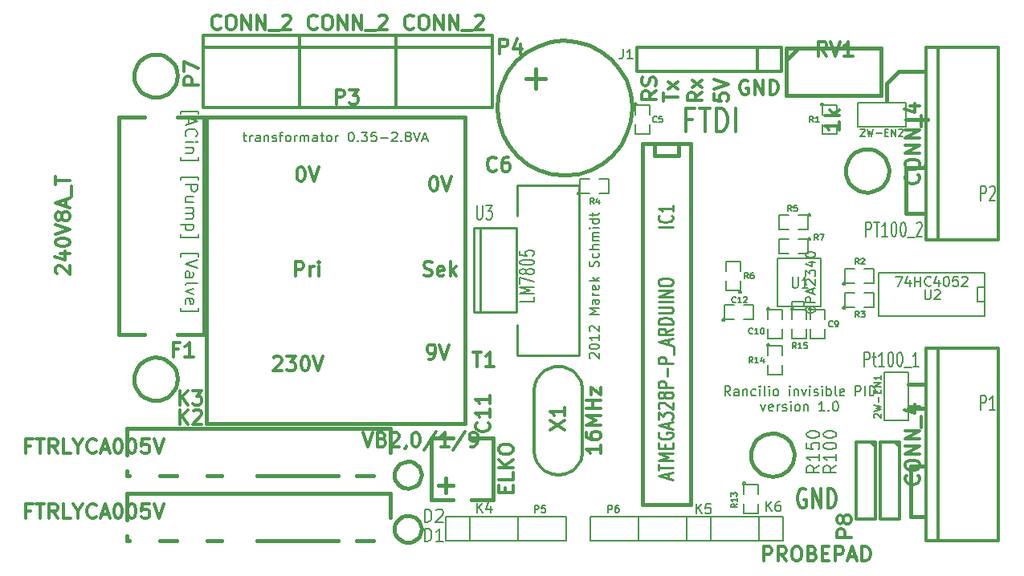
<source format=gto>
G04 (created by PCBNEW-RS274X (2011-05-25)-stable) date Sun 08 Jan 2012 15:41:42 GMT*
G01*
G70*
G90*
%MOIN*%
G04 Gerber Fmt 3.4, Leading zero omitted, Abs format*
%FSLAX34Y34*%
G04 APERTURE LIST*
%ADD10C,0.006000*%
%ADD11C,0.015000*%
%ADD12C,0.012000*%
%ADD13C,0.007900*%
%ADD14C,0.005000*%
%ADD15C,0.008000*%
%ADD16C,0.009800*%
%ADD17C,0.010000*%
%ADD18C,0.012500*%
%ADD19C,0.011300*%
G04 APERTURE END LIST*
G54D10*
G54D11*
X70500Y-41200D02*
X71400Y-41200D01*
X69700Y-39700D02*
X69700Y-40400D01*
X70200Y-39200D02*
X69700Y-39700D01*
X71300Y-39200D02*
X70200Y-39200D01*
X71300Y-53200D02*
X70600Y-53200D01*
X71300Y-52200D02*
X70600Y-52200D01*
G54D12*
X66343Y-56562D02*
X66286Y-56524D01*
X66200Y-56524D01*
X66115Y-56562D01*
X66057Y-56638D01*
X66029Y-56714D01*
X66000Y-56867D01*
X66000Y-56981D01*
X66029Y-57133D01*
X66057Y-57210D01*
X66115Y-57286D01*
X66200Y-57324D01*
X66257Y-57324D01*
X66343Y-57286D01*
X66372Y-57248D01*
X66372Y-56981D01*
X66257Y-56981D01*
X66629Y-57324D02*
X66629Y-56524D01*
X66972Y-57324D01*
X66972Y-56524D01*
X67258Y-57324D02*
X67258Y-56524D01*
X67401Y-56524D01*
X67486Y-56562D01*
X67544Y-56638D01*
X67572Y-56714D01*
X67601Y-56867D01*
X67601Y-56981D01*
X67572Y-57133D01*
X67544Y-57210D01*
X67486Y-57286D01*
X67401Y-57324D01*
X67258Y-57324D01*
G54D13*
X57403Y-51110D02*
X57384Y-51091D01*
X57365Y-51054D01*
X57365Y-50960D01*
X57384Y-50922D01*
X57403Y-50904D01*
X57441Y-50885D01*
X57478Y-50885D01*
X57534Y-50904D01*
X57759Y-51129D01*
X57759Y-50885D01*
X57365Y-50641D02*
X57365Y-50604D01*
X57384Y-50566D01*
X57403Y-50547D01*
X57441Y-50529D01*
X57516Y-50510D01*
X57609Y-50510D01*
X57684Y-50529D01*
X57722Y-50547D01*
X57741Y-50566D01*
X57759Y-50604D01*
X57759Y-50641D01*
X57741Y-50679D01*
X57722Y-50697D01*
X57684Y-50716D01*
X57609Y-50735D01*
X57516Y-50735D01*
X57441Y-50716D01*
X57403Y-50697D01*
X57384Y-50679D01*
X57365Y-50641D01*
X57759Y-50135D02*
X57759Y-50360D01*
X57759Y-50247D02*
X57365Y-50247D01*
X57422Y-50285D01*
X57459Y-50322D01*
X57478Y-50360D01*
X57403Y-49985D02*
X57384Y-49966D01*
X57365Y-49929D01*
X57365Y-49835D01*
X57384Y-49797D01*
X57403Y-49779D01*
X57441Y-49760D01*
X57478Y-49760D01*
X57534Y-49779D01*
X57759Y-50004D01*
X57759Y-49760D01*
X57759Y-49291D02*
X57365Y-49291D01*
X57647Y-49160D01*
X57365Y-49029D01*
X57759Y-49029D01*
X57759Y-48672D02*
X57553Y-48672D01*
X57516Y-48691D01*
X57497Y-48729D01*
X57497Y-48804D01*
X57516Y-48841D01*
X57741Y-48672D02*
X57759Y-48710D01*
X57759Y-48804D01*
X57741Y-48841D01*
X57703Y-48860D01*
X57666Y-48860D01*
X57628Y-48841D01*
X57609Y-48804D01*
X57609Y-48710D01*
X57591Y-48672D01*
X57759Y-48485D02*
X57497Y-48485D01*
X57572Y-48485D02*
X57534Y-48466D01*
X57516Y-48448D01*
X57497Y-48410D01*
X57497Y-48373D01*
X57741Y-48091D02*
X57759Y-48129D01*
X57759Y-48204D01*
X57741Y-48241D01*
X57703Y-48260D01*
X57553Y-48260D01*
X57516Y-48241D01*
X57497Y-48204D01*
X57497Y-48129D01*
X57516Y-48091D01*
X57553Y-48072D01*
X57591Y-48072D01*
X57628Y-48260D01*
X57759Y-47903D02*
X57365Y-47903D01*
X57609Y-47866D02*
X57759Y-47753D01*
X57497Y-47753D02*
X57647Y-47903D01*
X57741Y-47303D02*
X57759Y-47247D01*
X57759Y-47153D01*
X57741Y-47115D01*
X57722Y-47097D01*
X57684Y-47078D01*
X57647Y-47078D01*
X57609Y-47097D01*
X57591Y-47115D01*
X57572Y-47153D01*
X57553Y-47228D01*
X57534Y-47265D01*
X57516Y-47284D01*
X57478Y-47303D01*
X57441Y-47303D01*
X57403Y-47284D01*
X57384Y-47265D01*
X57365Y-47228D01*
X57365Y-47134D01*
X57384Y-47078D01*
X57741Y-46740D02*
X57759Y-46778D01*
X57759Y-46853D01*
X57741Y-46890D01*
X57722Y-46909D01*
X57684Y-46928D01*
X57572Y-46928D01*
X57534Y-46909D01*
X57516Y-46890D01*
X57497Y-46853D01*
X57497Y-46778D01*
X57516Y-46740D01*
X57759Y-46571D02*
X57365Y-46571D01*
X57759Y-46402D02*
X57553Y-46402D01*
X57516Y-46421D01*
X57497Y-46459D01*
X57497Y-46515D01*
X57516Y-46552D01*
X57534Y-46571D01*
X57759Y-46215D02*
X57497Y-46215D01*
X57534Y-46215D02*
X57516Y-46196D01*
X57497Y-46159D01*
X57497Y-46103D01*
X57516Y-46065D01*
X57553Y-46046D01*
X57759Y-46046D01*
X57553Y-46046D02*
X57516Y-46028D01*
X57497Y-45990D01*
X57497Y-45934D01*
X57516Y-45896D01*
X57553Y-45877D01*
X57759Y-45877D01*
X57759Y-45690D02*
X57497Y-45690D01*
X57365Y-45690D02*
X57384Y-45709D01*
X57403Y-45690D01*
X57384Y-45671D01*
X57365Y-45690D01*
X57403Y-45690D01*
X57759Y-45333D02*
X57365Y-45333D01*
X57741Y-45333D02*
X57759Y-45371D01*
X57759Y-45446D01*
X57741Y-45483D01*
X57722Y-45502D01*
X57684Y-45521D01*
X57572Y-45521D01*
X57534Y-45502D01*
X57516Y-45483D01*
X57497Y-45446D01*
X57497Y-45371D01*
X57516Y-45333D01*
X57497Y-45202D02*
X57497Y-45052D01*
X57365Y-45146D02*
X57703Y-45146D01*
X57741Y-45127D01*
X57759Y-45090D01*
X57759Y-45052D01*
X63221Y-52659D02*
X63090Y-52472D01*
X62996Y-52659D02*
X62996Y-52265D01*
X63146Y-52265D01*
X63183Y-52284D01*
X63202Y-52303D01*
X63221Y-52341D01*
X63221Y-52397D01*
X63202Y-52434D01*
X63183Y-52453D01*
X63146Y-52472D01*
X62996Y-52472D01*
X63559Y-52659D02*
X63559Y-52453D01*
X63540Y-52416D01*
X63502Y-52397D01*
X63427Y-52397D01*
X63390Y-52416D01*
X63559Y-52641D02*
X63521Y-52659D01*
X63427Y-52659D01*
X63390Y-52641D01*
X63371Y-52603D01*
X63371Y-52566D01*
X63390Y-52528D01*
X63427Y-52509D01*
X63521Y-52509D01*
X63559Y-52491D01*
X63746Y-52397D02*
X63746Y-52659D01*
X63746Y-52434D02*
X63765Y-52416D01*
X63802Y-52397D01*
X63858Y-52397D01*
X63896Y-52416D01*
X63915Y-52453D01*
X63915Y-52659D01*
X64271Y-52641D02*
X64233Y-52659D01*
X64158Y-52659D01*
X64121Y-52641D01*
X64102Y-52622D01*
X64083Y-52584D01*
X64083Y-52472D01*
X64102Y-52434D01*
X64121Y-52416D01*
X64158Y-52397D01*
X64233Y-52397D01*
X64271Y-52416D01*
X64440Y-52659D02*
X64440Y-52397D01*
X64440Y-52265D02*
X64421Y-52284D01*
X64440Y-52303D01*
X64459Y-52284D01*
X64440Y-52265D01*
X64440Y-52303D01*
X64684Y-52659D02*
X64647Y-52641D01*
X64628Y-52603D01*
X64628Y-52265D01*
X64834Y-52659D02*
X64834Y-52397D01*
X64834Y-52265D02*
X64815Y-52284D01*
X64834Y-52303D01*
X64853Y-52284D01*
X64834Y-52265D01*
X64834Y-52303D01*
X65078Y-52659D02*
X65041Y-52641D01*
X65022Y-52622D01*
X65003Y-52584D01*
X65003Y-52472D01*
X65022Y-52434D01*
X65041Y-52416D01*
X65078Y-52397D01*
X65134Y-52397D01*
X65172Y-52416D01*
X65191Y-52434D01*
X65209Y-52472D01*
X65209Y-52584D01*
X65191Y-52622D01*
X65172Y-52641D01*
X65134Y-52659D01*
X65078Y-52659D01*
X65678Y-52659D02*
X65678Y-52397D01*
X65678Y-52265D02*
X65659Y-52284D01*
X65678Y-52303D01*
X65697Y-52284D01*
X65678Y-52265D01*
X65678Y-52303D01*
X65866Y-52397D02*
X65866Y-52659D01*
X65866Y-52434D02*
X65885Y-52416D01*
X65922Y-52397D01*
X65978Y-52397D01*
X66016Y-52416D01*
X66035Y-52453D01*
X66035Y-52659D01*
X66184Y-52397D02*
X66278Y-52659D01*
X66372Y-52397D01*
X66522Y-52659D02*
X66522Y-52397D01*
X66522Y-52265D02*
X66503Y-52284D01*
X66522Y-52303D01*
X66541Y-52284D01*
X66522Y-52265D01*
X66522Y-52303D01*
X66691Y-52641D02*
X66729Y-52659D01*
X66804Y-52659D01*
X66841Y-52641D01*
X66860Y-52603D01*
X66860Y-52584D01*
X66841Y-52547D01*
X66804Y-52528D01*
X66747Y-52528D01*
X66710Y-52509D01*
X66691Y-52472D01*
X66691Y-52453D01*
X66710Y-52416D01*
X66747Y-52397D01*
X66804Y-52397D01*
X66841Y-52416D01*
X67029Y-52659D02*
X67029Y-52397D01*
X67029Y-52265D02*
X67010Y-52284D01*
X67029Y-52303D01*
X67048Y-52284D01*
X67029Y-52265D01*
X67029Y-52303D01*
X67217Y-52659D02*
X67217Y-52265D01*
X67217Y-52416D02*
X67254Y-52397D01*
X67329Y-52397D01*
X67367Y-52416D01*
X67386Y-52434D01*
X67404Y-52472D01*
X67404Y-52584D01*
X67386Y-52622D01*
X67367Y-52641D01*
X67329Y-52659D01*
X67254Y-52659D01*
X67217Y-52641D01*
X67629Y-52659D02*
X67592Y-52641D01*
X67573Y-52603D01*
X67573Y-52265D01*
X67929Y-52641D02*
X67891Y-52659D01*
X67816Y-52659D01*
X67779Y-52641D01*
X67760Y-52603D01*
X67760Y-52453D01*
X67779Y-52416D01*
X67816Y-52397D01*
X67891Y-52397D01*
X67929Y-52416D01*
X67948Y-52453D01*
X67948Y-52491D01*
X67760Y-52528D01*
X68417Y-52659D02*
X68417Y-52265D01*
X68567Y-52265D01*
X68604Y-52284D01*
X68623Y-52303D01*
X68642Y-52341D01*
X68642Y-52397D01*
X68623Y-52434D01*
X68604Y-52453D01*
X68567Y-52472D01*
X68417Y-52472D01*
X68811Y-52659D02*
X68811Y-52265D01*
X68999Y-52659D02*
X68999Y-52265D01*
X69093Y-52265D01*
X69149Y-52284D01*
X69186Y-52322D01*
X69205Y-52359D01*
X69224Y-52434D01*
X69224Y-52491D01*
X69205Y-52566D01*
X69186Y-52603D01*
X69149Y-52641D01*
X69093Y-52659D01*
X68999Y-52659D01*
X64487Y-53027D02*
X64581Y-53289D01*
X64675Y-53027D01*
X64975Y-53271D02*
X64937Y-53289D01*
X64862Y-53289D01*
X64825Y-53271D01*
X64806Y-53233D01*
X64806Y-53083D01*
X64825Y-53046D01*
X64862Y-53027D01*
X64937Y-53027D01*
X64975Y-53046D01*
X64994Y-53083D01*
X64994Y-53121D01*
X64806Y-53158D01*
X65163Y-53289D02*
X65163Y-53027D01*
X65163Y-53102D02*
X65182Y-53064D01*
X65200Y-53046D01*
X65238Y-53027D01*
X65275Y-53027D01*
X65388Y-53271D02*
X65426Y-53289D01*
X65501Y-53289D01*
X65538Y-53271D01*
X65557Y-53233D01*
X65557Y-53214D01*
X65538Y-53177D01*
X65501Y-53158D01*
X65444Y-53158D01*
X65407Y-53139D01*
X65388Y-53102D01*
X65388Y-53083D01*
X65407Y-53046D01*
X65444Y-53027D01*
X65501Y-53027D01*
X65538Y-53046D01*
X65726Y-53289D02*
X65726Y-53027D01*
X65726Y-52895D02*
X65707Y-52914D01*
X65726Y-52933D01*
X65745Y-52914D01*
X65726Y-52895D01*
X65726Y-52933D01*
X65970Y-53289D02*
X65933Y-53271D01*
X65914Y-53252D01*
X65895Y-53214D01*
X65895Y-53102D01*
X65914Y-53064D01*
X65933Y-53046D01*
X65970Y-53027D01*
X66026Y-53027D01*
X66064Y-53046D01*
X66083Y-53064D01*
X66101Y-53102D01*
X66101Y-53214D01*
X66083Y-53252D01*
X66064Y-53271D01*
X66026Y-53289D01*
X65970Y-53289D01*
X66270Y-53027D02*
X66270Y-53289D01*
X66270Y-53064D02*
X66289Y-53046D01*
X66326Y-53027D01*
X66382Y-53027D01*
X66420Y-53046D01*
X66439Y-53083D01*
X66439Y-53289D01*
X67132Y-53289D02*
X66907Y-53289D01*
X67020Y-53289D02*
X67020Y-52895D01*
X66982Y-52952D01*
X66945Y-52989D01*
X66907Y-53008D01*
X67301Y-53252D02*
X67320Y-53271D01*
X67301Y-53289D01*
X67282Y-53271D01*
X67301Y-53252D01*
X67301Y-53289D01*
X67564Y-52895D02*
X67601Y-52895D01*
X67639Y-52914D01*
X67658Y-52933D01*
X67676Y-52971D01*
X67695Y-53046D01*
X67695Y-53139D01*
X67676Y-53214D01*
X67658Y-53252D01*
X67639Y-53271D01*
X67601Y-53289D01*
X67564Y-53289D01*
X67526Y-53271D01*
X67508Y-53252D01*
X67489Y-53214D01*
X67470Y-53139D01*
X67470Y-53046D01*
X67489Y-52971D01*
X67508Y-52933D01*
X67526Y-52914D01*
X67564Y-52895D01*
X40422Y-40966D02*
X40422Y-40844D01*
X41154Y-40844D01*
X41154Y-40966D01*
X40739Y-41137D02*
X40739Y-41380D01*
X40593Y-41088D02*
X41105Y-41258D01*
X40593Y-41429D01*
X40642Y-41892D02*
X40617Y-41868D01*
X40593Y-41795D01*
X40593Y-41746D01*
X40617Y-41673D01*
X40666Y-41624D01*
X40715Y-41600D01*
X40812Y-41576D01*
X40885Y-41576D01*
X40983Y-41600D01*
X41032Y-41624D01*
X41080Y-41673D01*
X41105Y-41746D01*
X41105Y-41795D01*
X41080Y-41868D01*
X41056Y-41892D01*
X40593Y-42112D02*
X40934Y-42112D01*
X41105Y-42112D02*
X41080Y-42088D01*
X41056Y-42112D01*
X41080Y-42136D01*
X41105Y-42112D01*
X41056Y-42112D01*
X40934Y-42356D02*
X40593Y-42356D01*
X40885Y-42356D02*
X40910Y-42380D01*
X40934Y-42429D01*
X40934Y-42502D01*
X40910Y-42551D01*
X40861Y-42575D01*
X40593Y-42575D01*
X40422Y-42770D02*
X40422Y-42892D01*
X41154Y-42892D01*
X41154Y-42770D01*
X40422Y-43696D02*
X40422Y-43574D01*
X41154Y-43574D01*
X41154Y-43696D01*
X40593Y-43891D02*
X41105Y-43891D01*
X41105Y-44086D01*
X41080Y-44135D01*
X41056Y-44159D01*
X41007Y-44183D01*
X40934Y-44183D01*
X40885Y-44159D01*
X40861Y-44135D01*
X40837Y-44086D01*
X40837Y-43891D01*
X40934Y-44622D02*
X40593Y-44622D01*
X40934Y-44403D02*
X40666Y-44403D01*
X40617Y-44427D01*
X40593Y-44476D01*
X40593Y-44549D01*
X40617Y-44598D01*
X40642Y-44622D01*
X40593Y-44866D02*
X40934Y-44866D01*
X40885Y-44866D02*
X40910Y-44890D01*
X40934Y-44939D01*
X40934Y-45012D01*
X40910Y-45061D01*
X40861Y-45085D01*
X40593Y-45085D01*
X40861Y-45085D02*
X40910Y-45110D01*
X40934Y-45158D01*
X40934Y-45232D01*
X40910Y-45280D01*
X40861Y-45305D01*
X40593Y-45305D01*
X40934Y-45549D02*
X40422Y-45549D01*
X40910Y-45549D02*
X40934Y-45598D01*
X40934Y-45695D01*
X40910Y-45744D01*
X40885Y-45768D01*
X40837Y-45793D01*
X40690Y-45793D01*
X40642Y-45768D01*
X40617Y-45744D01*
X40593Y-45695D01*
X40593Y-45598D01*
X40617Y-45549D01*
X40422Y-45963D02*
X40422Y-46085D01*
X41154Y-46085D01*
X41154Y-45963D01*
X40422Y-46889D02*
X40422Y-46767D01*
X41154Y-46767D01*
X41154Y-46889D01*
X41105Y-47011D02*
X40593Y-47181D01*
X41105Y-47352D01*
X40593Y-47742D02*
X40861Y-47742D01*
X40910Y-47718D01*
X40934Y-47669D01*
X40934Y-47572D01*
X40910Y-47523D01*
X40617Y-47742D02*
X40593Y-47694D01*
X40593Y-47572D01*
X40617Y-47523D01*
X40666Y-47499D01*
X40715Y-47499D01*
X40763Y-47523D01*
X40788Y-47572D01*
X40788Y-47694D01*
X40812Y-47742D01*
X40593Y-48059D02*
X40617Y-48010D01*
X40666Y-47986D01*
X41105Y-47986D01*
X40934Y-48205D02*
X40593Y-48327D01*
X40934Y-48449D01*
X40617Y-48839D02*
X40593Y-48790D01*
X40593Y-48693D01*
X40617Y-48644D01*
X40666Y-48620D01*
X40861Y-48620D01*
X40910Y-48644D01*
X40934Y-48693D01*
X40934Y-48790D01*
X40910Y-48839D01*
X40861Y-48863D01*
X40812Y-48863D01*
X40763Y-48620D01*
X40422Y-49034D02*
X40422Y-49156D01*
X41154Y-49156D01*
X41154Y-49034D01*
G54D11*
X70700Y-57700D02*
X71300Y-57700D01*
X70700Y-55600D02*
X70700Y-57700D01*
X71300Y-55600D02*
X70700Y-55600D01*
X71300Y-43200D02*
X71300Y-43100D01*
X70500Y-43200D02*
X71300Y-43200D01*
X70500Y-45100D02*
X70500Y-43200D01*
X71300Y-45100D02*
X70500Y-45100D01*
G54D13*
X68785Y-51439D02*
X68785Y-50848D01*
X68935Y-50848D01*
X68972Y-50876D01*
X68991Y-50904D01*
X69010Y-50960D01*
X69010Y-51045D01*
X68991Y-51101D01*
X68972Y-51129D01*
X68935Y-51157D01*
X68785Y-51157D01*
X69123Y-51045D02*
X69273Y-51045D01*
X69179Y-50848D02*
X69179Y-51354D01*
X69198Y-51411D01*
X69235Y-51439D01*
X69273Y-51439D01*
X69610Y-51439D02*
X69385Y-51439D01*
X69498Y-51439D02*
X69498Y-50848D01*
X69460Y-50932D01*
X69423Y-50988D01*
X69385Y-51017D01*
X69854Y-50848D02*
X69891Y-50848D01*
X69929Y-50876D01*
X69948Y-50904D01*
X69966Y-50960D01*
X69985Y-51073D01*
X69985Y-51214D01*
X69966Y-51326D01*
X69948Y-51382D01*
X69929Y-51411D01*
X69891Y-51439D01*
X69854Y-51439D01*
X69816Y-51411D01*
X69798Y-51382D01*
X69779Y-51326D01*
X69760Y-51214D01*
X69760Y-51073D01*
X69779Y-50960D01*
X69798Y-50904D01*
X69816Y-50876D01*
X69854Y-50848D01*
X70229Y-50848D02*
X70266Y-50848D01*
X70304Y-50876D01*
X70323Y-50904D01*
X70341Y-50960D01*
X70360Y-51073D01*
X70360Y-51214D01*
X70341Y-51326D01*
X70323Y-51382D01*
X70304Y-51411D01*
X70266Y-51439D01*
X70229Y-51439D01*
X70191Y-51411D01*
X70173Y-51382D01*
X70154Y-51326D01*
X70135Y-51214D01*
X70135Y-51073D01*
X70154Y-50960D01*
X70173Y-50904D01*
X70191Y-50876D01*
X70229Y-50848D01*
X70435Y-51495D02*
X70735Y-51495D01*
X71035Y-51439D02*
X70810Y-51439D01*
X70923Y-51439D02*
X70923Y-50848D01*
X70885Y-50932D01*
X70848Y-50988D01*
X70810Y-51017D01*
X68847Y-46039D02*
X68847Y-45448D01*
X68997Y-45448D01*
X69034Y-45476D01*
X69053Y-45504D01*
X69072Y-45560D01*
X69072Y-45645D01*
X69053Y-45701D01*
X69034Y-45729D01*
X68997Y-45757D01*
X68847Y-45757D01*
X69185Y-45448D02*
X69410Y-45448D01*
X69297Y-46039D02*
X69297Y-45448D01*
X69747Y-46039D02*
X69522Y-46039D01*
X69635Y-46039D02*
X69635Y-45448D01*
X69597Y-45532D01*
X69560Y-45588D01*
X69522Y-45617D01*
X69991Y-45448D02*
X70028Y-45448D01*
X70066Y-45476D01*
X70085Y-45504D01*
X70103Y-45560D01*
X70122Y-45673D01*
X70122Y-45814D01*
X70103Y-45926D01*
X70085Y-45982D01*
X70066Y-46011D01*
X70028Y-46039D01*
X69991Y-46039D01*
X69953Y-46011D01*
X69935Y-45982D01*
X69916Y-45926D01*
X69897Y-45814D01*
X69897Y-45673D01*
X69916Y-45560D01*
X69935Y-45504D01*
X69953Y-45476D01*
X69991Y-45448D01*
X70366Y-45448D02*
X70403Y-45448D01*
X70441Y-45476D01*
X70460Y-45504D01*
X70478Y-45560D01*
X70497Y-45673D01*
X70497Y-45814D01*
X70478Y-45926D01*
X70460Y-45982D01*
X70441Y-46011D01*
X70403Y-46039D01*
X70366Y-46039D01*
X70328Y-46011D01*
X70310Y-45982D01*
X70291Y-45926D01*
X70272Y-45814D01*
X70272Y-45673D01*
X70291Y-45560D01*
X70310Y-45504D01*
X70328Y-45476D01*
X70366Y-45448D01*
X70572Y-46095D02*
X70872Y-46095D01*
X70947Y-45504D02*
X70966Y-45476D01*
X71003Y-45448D01*
X71097Y-45448D01*
X71135Y-45476D01*
X71153Y-45504D01*
X71172Y-45560D01*
X71172Y-45617D01*
X71153Y-45701D01*
X70928Y-46039D01*
X71172Y-46039D01*
G54D12*
X61632Y-41183D02*
X61369Y-41183D01*
X61369Y-41698D02*
X61369Y-40714D01*
X61744Y-40714D01*
X61932Y-40714D02*
X62382Y-40714D01*
X62157Y-41698D02*
X62157Y-40714D01*
X62644Y-41698D02*
X62644Y-40714D01*
X62832Y-40714D01*
X62944Y-40761D01*
X63019Y-40855D01*
X63057Y-40949D01*
X63094Y-41136D01*
X63094Y-41277D01*
X63057Y-41464D01*
X63019Y-41558D01*
X62944Y-41651D01*
X62832Y-41698D01*
X62644Y-41698D01*
X63431Y-41698D02*
X63431Y-40714D01*
X60139Y-39999D02*
X59857Y-40199D01*
X60139Y-40342D02*
X59548Y-40342D01*
X59548Y-40114D01*
X59576Y-40056D01*
X59604Y-40028D01*
X59660Y-39999D01*
X59745Y-39999D01*
X59801Y-40028D01*
X59829Y-40056D01*
X59857Y-40114D01*
X59857Y-40342D01*
X60111Y-39771D02*
X60139Y-39685D01*
X60139Y-39542D01*
X60111Y-39485D01*
X60082Y-39456D01*
X60026Y-39428D01*
X59970Y-39428D01*
X59914Y-39456D01*
X59885Y-39485D01*
X59857Y-39542D01*
X59829Y-39656D01*
X59801Y-39714D01*
X59773Y-39742D01*
X59717Y-39771D01*
X59660Y-39771D01*
X59604Y-39742D01*
X59576Y-39714D01*
X59548Y-39656D01*
X59548Y-39514D01*
X59576Y-39428D01*
X60448Y-40414D02*
X60448Y-40071D01*
X61039Y-40242D02*
X60448Y-40242D01*
X61039Y-39928D02*
X60645Y-39614D01*
X60645Y-39928D02*
X61039Y-39614D01*
X62039Y-40057D02*
X61757Y-40257D01*
X62039Y-40400D02*
X61448Y-40400D01*
X61448Y-40172D01*
X61476Y-40114D01*
X61504Y-40086D01*
X61560Y-40057D01*
X61645Y-40057D01*
X61701Y-40086D01*
X61729Y-40114D01*
X61757Y-40172D01*
X61757Y-40400D01*
X62039Y-39857D02*
X61645Y-39543D01*
X61645Y-39857D02*
X62039Y-39543D01*
X62548Y-40113D02*
X62548Y-40399D01*
X62829Y-40428D01*
X62801Y-40399D01*
X62773Y-40342D01*
X62773Y-40199D01*
X62801Y-40142D01*
X62829Y-40113D01*
X62885Y-40085D01*
X63026Y-40085D01*
X63082Y-40113D01*
X63111Y-40142D01*
X63139Y-40199D01*
X63139Y-40342D01*
X63111Y-40399D01*
X63082Y-40428D01*
X62548Y-39914D02*
X63139Y-39714D01*
X62548Y-39514D01*
X63943Y-39576D02*
X63886Y-39548D01*
X63800Y-39548D01*
X63715Y-39576D01*
X63657Y-39632D01*
X63629Y-39688D01*
X63600Y-39801D01*
X63600Y-39885D01*
X63629Y-39998D01*
X63657Y-40054D01*
X63715Y-40111D01*
X63800Y-40139D01*
X63857Y-40139D01*
X63943Y-40111D01*
X63972Y-40082D01*
X63972Y-39885D01*
X63857Y-39885D01*
X64229Y-40139D02*
X64229Y-39548D01*
X64572Y-40139D01*
X64572Y-39548D01*
X64858Y-40139D02*
X64858Y-39548D01*
X65001Y-39548D01*
X65086Y-39576D01*
X65144Y-39632D01*
X65172Y-39688D01*
X65201Y-39801D01*
X65201Y-39885D01*
X65172Y-39998D01*
X65144Y-40054D01*
X65086Y-40111D01*
X65001Y-40139D01*
X64858Y-40139D01*
X69835Y-54603D02*
X70235Y-54603D01*
X70235Y-54603D02*
X70235Y-57803D01*
X70235Y-57803D02*
X69435Y-57803D01*
X69435Y-57803D02*
X69435Y-54603D01*
X69435Y-54603D02*
X69835Y-54603D01*
X70035Y-54603D02*
X70235Y-54803D01*
X68835Y-54603D02*
X69235Y-54603D01*
X69235Y-54603D02*
X69235Y-57803D01*
X69235Y-57803D02*
X68435Y-57803D01*
X68435Y-57803D02*
X68435Y-54603D01*
X68435Y-54603D02*
X68835Y-54603D01*
X69035Y-54603D02*
X69235Y-54803D01*
G54D11*
X50394Y-58203D02*
X50383Y-58311D01*
X50351Y-58416D01*
X50300Y-58512D01*
X50231Y-58596D01*
X50147Y-58666D01*
X50051Y-58718D01*
X49947Y-58750D01*
X49838Y-58761D01*
X49731Y-58752D01*
X49626Y-58721D01*
X49529Y-58670D01*
X49444Y-58602D01*
X49374Y-58518D01*
X49322Y-58423D01*
X49289Y-58319D01*
X49277Y-58210D01*
X49286Y-58103D01*
X49316Y-57998D01*
X49366Y-57901D01*
X49433Y-57815D01*
X49516Y-57744D01*
X49612Y-57691D01*
X49715Y-57658D01*
X49824Y-57645D01*
X49932Y-57653D01*
X50037Y-57682D01*
X50134Y-57732D01*
X50220Y-57799D01*
X50291Y-57881D01*
X50345Y-57976D01*
X50380Y-58080D01*
X50393Y-58188D01*
X50394Y-58203D01*
X50394Y-55953D02*
X50383Y-56061D01*
X50351Y-56166D01*
X50300Y-56262D01*
X50231Y-56346D01*
X50147Y-56416D01*
X50051Y-56468D01*
X49947Y-56500D01*
X49838Y-56511D01*
X49731Y-56502D01*
X49626Y-56471D01*
X49529Y-56420D01*
X49444Y-56352D01*
X49374Y-56268D01*
X49322Y-56173D01*
X49289Y-56069D01*
X49277Y-55960D01*
X49286Y-55853D01*
X49316Y-55748D01*
X49366Y-55651D01*
X49433Y-55565D01*
X49516Y-55494D01*
X49612Y-55441D01*
X49715Y-55408D01*
X49824Y-55395D01*
X49932Y-55403D01*
X50037Y-55432D01*
X50134Y-55482D01*
X50220Y-55549D01*
X50291Y-55631D01*
X50345Y-55726D01*
X50380Y-55830D01*
X50393Y-55938D01*
X50394Y-55953D01*
G54D14*
X65185Y-48953D02*
X65185Y-46953D01*
X65185Y-46953D02*
X66985Y-46953D01*
X66985Y-46953D02*
X66985Y-48953D01*
X66985Y-48953D02*
X65185Y-48953D01*
X65785Y-48953D02*
X65785Y-48753D01*
X65785Y-48753D02*
X66285Y-48753D01*
X66285Y-48753D02*
X66285Y-48953D01*
G54D15*
X73785Y-48753D02*
X73485Y-48753D01*
X73485Y-48753D02*
X73485Y-48153D01*
X73485Y-48153D02*
X73785Y-48153D01*
X69385Y-49353D02*
X69385Y-47553D01*
X69385Y-47553D02*
X73785Y-47553D01*
X73785Y-47553D02*
X73785Y-49353D01*
X73785Y-49353D02*
X69385Y-49353D01*
G54D14*
X66535Y-46153D02*
X66534Y-46162D01*
X66531Y-46172D01*
X66526Y-46180D01*
X66520Y-46188D01*
X66512Y-46194D01*
X66504Y-46199D01*
X66495Y-46201D01*
X66485Y-46202D01*
X66476Y-46202D01*
X66467Y-46199D01*
X66458Y-46194D01*
X66451Y-46188D01*
X66444Y-46181D01*
X66440Y-46172D01*
X66437Y-46163D01*
X66436Y-46153D01*
X66436Y-46144D01*
X66439Y-46135D01*
X66443Y-46126D01*
X66450Y-46119D01*
X66457Y-46112D01*
X66465Y-46108D01*
X66475Y-46105D01*
X66484Y-46104D01*
X66493Y-46104D01*
X66503Y-46107D01*
X66511Y-46111D01*
X66519Y-46117D01*
X66525Y-46125D01*
X66530Y-46133D01*
X66533Y-46142D01*
X66534Y-46152D01*
X66535Y-46153D01*
X66035Y-46153D02*
X66435Y-46153D01*
X66435Y-46153D02*
X66435Y-46753D01*
X66435Y-46753D02*
X66035Y-46753D01*
X65635Y-46753D02*
X65235Y-46753D01*
X65235Y-46753D02*
X65235Y-46153D01*
X65235Y-46153D02*
X65635Y-46153D01*
X63685Y-48353D02*
X63684Y-48362D01*
X63681Y-48372D01*
X63676Y-48380D01*
X63670Y-48388D01*
X63662Y-48394D01*
X63654Y-48399D01*
X63645Y-48401D01*
X63635Y-48402D01*
X63626Y-48402D01*
X63617Y-48399D01*
X63608Y-48394D01*
X63601Y-48388D01*
X63594Y-48381D01*
X63590Y-48372D01*
X63587Y-48363D01*
X63586Y-48353D01*
X63586Y-48344D01*
X63589Y-48335D01*
X63593Y-48326D01*
X63600Y-48319D01*
X63607Y-48312D01*
X63615Y-48308D01*
X63625Y-48305D01*
X63634Y-48304D01*
X63643Y-48304D01*
X63653Y-48307D01*
X63661Y-48311D01*
X63669Y-48317D01*
X63675Y-48325D01*
X63680Y-48333D01*
X63683Y-48342D01*
X63684Y-48352D01*
X63685Y-48353D01*
X63635Y-47903D02*
X63635Y-48303D01*
X63635Y-48303D02*
X63035Y-48303D01*
X63035Y-48303D02*
X63035Y-47903D01*
X63035Y-47503D02*
X63035Y-47103D01*
X63035Y-47103D02*
X63635Y-47103D01*
X63635Y-47103D02*
X63635Y-47503D01*
X66535Y-45153D02*
X66534Y-45162D01*
X66531Y-45172D01*
X66526Y-45180D01*
X66520Y-45188D01*
X66512Y-45194D01*
X66504Y-45199D01*
X66495Y-45201D01*
X66485Y-45202D01*
X66476Y-45202D01*
X66467Y-45199D01*
X66458Y-45194D01*
X66451Y-45188D01*
X66444Y-45181D01*
X66440Y-45172D01*
X66437Y-45163D01*
X66436Y-45153D01*
X66436Y-45144D01*
X66439Y-45135D01*
X66443Y-45126D01*
X66450Y-45119D01*
X66457Y-45112D01*
X66465Y-45108D01*
X66475Y-45105D01*
X66484Y-45104D01*
X66493Y-45104D01*
X66503Y-45107D01*
X66511Y-45111D01*
X66519Y-45117D01*
X66525Y-45125D01*
X66530Y-45133D01*
X66533Y-45142D01*
X66534Y-45152D01*
X66535Y-45153D01*
X66035Y-45153D02*
X66435Y-45153D01*
X66435Y-45153D02*
X66435Y-45753D01*
X66435Y-45753D02*
X66035Y-45753D01*
X65635Y-45753D02*
X65235Y-45753D01*
X65235Y-45753D02*
X65235Y-45153D01*
X65235Y-45153D02*
X65635Y-45153D01*
X67085Y-40553D02*
X67084Y-40562D01*
X67081Y-40572D01*
X67076Y-40580D01*
X67070Y-40588D01*
X67062Y-40594D01*
X67054Y-40599D01*
X67045Y-40601D01*
X67035Y-40602D01*
X67026Y-40602D01*
X67017Y-40599D01*
X67008Y-40594D01*
X67001Y-40588D01*
X66994Y-40581D01*
X66990Y-40572D01*
X66987Y-40563D01*
X66986Y-40553D01*
X66986Y-40544D01*
X66989Y-40535D01*
X66993Y-40526D01*
X67000Y-40519D01*
X67007Y-40512D01*
X67015Y-40508D01*
X67025Y-40505D01*
X67034Y-40504D01*
X67043Y-40504D01*
X67053Y-40507D01*
X67061Y-40511D01*
X67069Y-40517D01*
X67075Y-40525D01*
X67080Y-40533D01*
X67083Y-40542D01*
X67084Y-40552D01*
X67085Y-40553D01*
X67035Y-41003D02*
X67035Y-40603D01*
X67035Y-40603D02*
X67635Y-40603D01*
X67635Y-40603D02*
X67635Y-41003D01*
X67635Y-41403D02*
X67635Y-41803D01*
X67635Y-41803D02*
X67035Y-41803D01*
X67035Y-41803D02*
X67035Y-41403D01*
X67985Y-48003D02*
X67984Y-48012D01*
X67981Y-48022D01*
X67976Y-48030D01*
X67970Y-48038D01*
X67962Y-48044D01*
X67954Y-48049D01*
X67945Y-48051D01*
X67935Y-48052D01*
X67926Y-48052D01*
X67917Y-48049D01*
X67908Y-48044D01*
X67901Y-48038D01*
X67894Y-48031D01*
X67890Y-48022D01*
X67887Y-48013D01*
X67886Y-48003D01*
X67886Y-47994D01*
X67889Y-47985D01*
X67893Y-47976D01*
X67900Y-47969D01*
X67907Y-47962D01*
X67915Y-47958D01*
X67925Y-47955D01*
X67934Y-47954D01*
X67943Y-47954D01*
X67953Y-47957D01*
X67961Y-47961D01*
X67969Y-47967D01*
X67975Y-47975D01*
X67980Y-47983D01*
X67983Y-47992D01*
X67984Y-48002D01*
X67985Y-48003D01*
X68385Y-48003D02*
X67985Y-48003D01*
X67985Y-48003D02*
X67985Y-47403D01*
X67985Y-47403D02*
X68385Y-47403D01*
X68785Y-47403D02*
X69185Y-47403D01*
X69185Y-47403D02*
X69185Y-48003D01*
X69185Y-48003D02*
X68785Y-48003D01*
X67985Y-49003D02*
X67984Y-49012D01*
X67981Y-49022D01*
X67976Y-49030D01*
X67970Y-49038D01*
X67962Y-49044D01*
X67954Y-49049D01*
X67945Y-49051D01*
X67935Y-49052D01*
X67926Y-49052D01*
X67917Y-49049D01*
X67908Y-49044D01*
X67901Y-49038D01*
X67894Y-49031D01*
X67890Y-49022D01*
X67887Y-49013D01*
X67886Y-49003D01*
X67886Y-48994D01*
X67889Y-48985D01*
X67893Y-48976D01*
X67900Y-48969D01*
X67907Y-48962D01*
X67915Y-48958D01*
X67925Y-48955D01*
X67934Y-48954D01*
X67943Y-48954D01*
X67953Y-48957D01*
X67961Y-48961D01*
X67969Y-48967D01*
X67975Y-48975D01*
X67980Y-48983D01*
X67983Y-48992D01*
X67984Y-49002D01*
X67985Y-49003D01*
X68385Y-49003D02*
X67985Y-49003D01*
X67985Y-49003D02*
X67985Y-48403D01*
X67985Y-48403D02*
X68385Y-48403D01*
X68785Y-48403D02*
X69185Y-48403D01*
X69185Y-48403D02*
X69185Y-49003D01*
X69185Y-49003D02*
X68785Y-49003D01*
X56985Y-44253D02*
X56984Y-44262D01*
X56981Y-44272D01*
X56976Y-44280D01*
X56970Y-44288D01*
X56962Y-44294D01*
X56954Y-44299D01*
X56945Y-44301D01*
X56935Y-44302D01*
X56926Y-44302D01*
X56917Y-44299D01*
X56908Y-44294D01*
X56901Y-44288D01*
X56894Y-44281D01*
X56890Y-44272D01*
X56887Y-44263D01*
X56886Y-44253D01*
X56886Y-44244D01*
X56889Y-44235D01*
X56893Y-44226D01*
X56900Y-44219D01*
X56907Y-44212D01*
X56915Y-44208D01*
X56925Y-44205D01*
X56934Y-44204D01*
X56943Y-44204D01*
X56953Y-44207D01*
X56961Y-44211D01*
X56969Y-44217D01*
X56975Y-44225D01*
X56980Y-44233D01*
X56983Y-44242D01*
X56984Y-44252D01*
X56985Y-44253D01*
X57385Y-44253D02*
X56985Y-44253D01*
X56985Y-44253D02*
X56985Y-43653D01*
X56985Y-43653D02*
X57385Y-43653D01*
X57785Y-43653D02*
X58185Y-43653D01*
X58185Y-43653D02*
X58185Y-44253D01*
X58185Y-44253D02*
X57785Y-44253D01*
X63835Y-56303D02*
X63834Y-56312D01*
X63831Y-56322D01*
X63826Y-56330D01*
X63820Y-56338D01*
X63812Y-56344D01*
X63804Y-56349D01*
X63795Y-56351D01*
X63785Y-56352D01*
X63776Y-56352D01*
X63767Y-56349D01*
X63758Y-56344D01*
X63751Y-56338D01*
X63744Y-56331D01*
X63740Y-56322D01*
X63737Y-56313D01*
X63736Y-56303D01*
X63736Y-56294D01*
X63739Y-56285D01*
X63743Y-56276D01*
X63750Y-56269D01*
X63757Y-56262D01*
X63765Y-56258D01*
X63775Y-56255D01*
X63784Y-56254D01*
X63793Y-56254D01*
X63803Y-56257D01*
X63811Y-56261D01*
X63819Y-56267D01*
X63825Y-56275D01*
X63830Y-56283D01*
X63833Y-56292D01*
X63834Y-56302D01*
X63835Y-56303D01*
X63785Y-56753D02*
X63785Y-56353D01*
X63785Y-56353D02*
X64385Y-56353D01*
X64385Y-56353D02*
X64385Y-56753D01*
X64385Y-57153D02*
X64385Y-57553D01*
X64385Y-57553D02*
X63785Y-57553D01*
X63785Y-57553D02*
X63785Y-57153D01*
X59335Y-40553D02*
X59334Y-40562D01*
X59331Y-40572D01*
X59326Y-40580D01*
X59320Y-40588D01*
X59312Y-40594D01*
X59304Y-40599D01*
X59295Y-40601D01*
X59285Y-40602D01*
X59276Y-40602D01*
X59267Y-40599D01*
X59258Y-40594D01*
X59251Y-40588D01*
X59244Y-40581D01*
X59240Y-40572D01*
X59237Y-40563D01*
X59236Y-40553D01*
X59236Y-40544D01*
X59239Y-40535D01*
X59243Y-40526D01*
X59250Y-40519D01*
X59257Y-40512D01*
X59265Y-40508D01*
X59275Y-40505D01*
X59284Y-40504D01*
X59293Y-40504D01*
X59303Y-40507D01*
X59311Y-40511D01*
X59319Y-40517D01*
X59325Y-40525D01*
X59330Y-40533D01*
X59333Y-40542D01*
X59334Y-40552D01*
X59335Y-40553D01*
X59285Y-41003D02*
X59285Y-40603D01*
X59285Y-40603D02*
X59885Y-40603D01*
X59885Y-40603D02*
X59885Y-41003D01*
X59885Y-41403D02*
X59885Y-41803D01*
X59885Y-41803D02*
X59285Y-41803D01*
X59285Y-41803D02*
X59285Y-41403D01*
G54D12*
X45335Y-38203D02*
X49335Y-38203D01*
X45335Y-37703D02*
X45335Y-40703D01*
X45335Y-40703D02*
X49335Y-40703D01*
X49335Y-40703D02*
X49335Y-37703D01*
X49335Y-37703D02*
X45335Y-37703D01*
X49335Y-38203D02*
X53335Y-38203D01*
X49335Y-37703D02*
X49335Y-40703D01*
X49335Y-40703D02*
X53335Y-40703D01*
X53335Y-40703D02*
X53335Y-37703D01*
X53335Y-37703D02*
X49335Y-37703D01*
X41335Y-38203D02*
X45335Y-38203D01*
X41335Y-37703D02*
X41335Y-40703D01*
X41335Y-40703D02*
X45335Y-40703D01*
X45335Y-40703D02*
X45335Y-37703D01*
X45335Y-37703D02*
X41335Y-37703D01*
G54D11*
X65531Y-38708D02*
X66024Y-38216D01*
X65531Y-40184D02*
X65531Y-38216D01*
X65531Y-38216D02*
X69469Y-38216D01*
X69469Y-38216D02*
X69469Y-40184D01*
X69469Y-40184D02*
X65531Y-40184D01*
G54D10*
X62400Y-57700D02*
X62400Y-58700D01*
X62400Y-58700D02*
X59400Y-58700D01*
X59400Y-58700D02*
X59400Y-57700D01*
X59400Y-57700D02*
X62400Y-57700D01*
X61400Y-58700D02*
X61400Y-57700D01*
X65400Y-57700D02*
X65400Y-58700D01*
X65400Y-58700D02*
X62400Y-58700D01*
X62400Y-58700D02*
X62400Y-57700D01*
X62400Y-57700D02*
X65400Y-57700D01*
X64400Y-58700D02*
X64400Y-57700D01*
X51400Y-58700D02*
X51400Y-57700D01*
X51400Y-57700D02*
X54400Y-57700D01*
X54400Y-57700D02*
X54400Y-58700D01*
X54400Y-58700D02*
X51400Y-58700D01*
X52400Y-57700D02*
X52400Y-58700D01*
X56400Y-57700D02*
X56400Y-58700D01*
X56400Y-58700D02*
X54400Y-58700D01*
X54400Y-58700D02*
X54400Y-57700D01*
X54400Y-57700D02*
X56400Y-57700D01*
X57400Y-58700D02*
X57400Y-57700D01*
X57400Y-57700D02*
X59400Y-57700D01*
X59400Y-57700D02*
X59400Y-58700D01*
X59400Y-58700D02*
X57400Y-58700D01*
G54D12*
X65335Y-38203D02*
X65335Y-39203D01*
X65335Y-39203D02*
X59335Y-39203D01*
X59335Y-39203D02*
X59335Y-38203D01*
X59335Y-38203D02*
X65335Y-38203D01*
X64335Y-38203D02*
X64335Y-39203D01*
G54D16*
X54372Y-50996D02*
X54372Y-49717D01*
X54372Y-50996D02*
X56931Y-50996D01*
X56931Y-50996D02*
X56931Y-43910D01*
X56931Y-43910D02*
X54372Y-43910D01*
X54372Y-43910D02*
X54372Y-45189D01*
G54D17*
X52835Y-49203D02*
X52585Y-49203D01*
X52585Y-49203D02*
X52585Y-45703D01*
X52585Y-45703D02*
X52835Y-45703D01*
X54335Y-49203D02*
X52835Y-49203D01*
X52835Y-49203D02*
X52835Y-45703D01*
X52835Y-45703D02*
X54335Y-45703D01*
X54335Y-45703D02*
X54335Y-49203D01*
G54D18*
X57085Y-54953D02*
X57085Y-52453D01*
X55085Y-54953D02*
X55085Y-52453D01*
X56085Y-51453D02*
X55998Y-51457D01*
X55912Y-51469D01*
X55827Y-51488D01*
X55743Y-51514D01*
X55663Y-51547D01*
X55586Y-51587D01*
X55512Y-51634D01*
X55443Y-51687D01*
X55378Y-51746D01*
X55319Y-51811D01*
X55266Y-51880D01*
X55219Y-51954D01*
X55179Y-52031D01*
X55146Y-52111D01*
X55120Y-52195D01*
X55101Y-52280D01*
X55089Y-52366D01*
X55085Y-52453D01*
X57085Y-52453D02*
X57081Y-52366D01*
X57069Y-52280D01*
X57050Y-52195D01*
X57024Y-52111D01*
X56991Y-52031D01*
X56951Y-51954D01*
X56904Y-51880D01*
X56851Y-51811D01*
X56792Y-51746D01*
X56727Y-51687D01*
X56658Y-51634D01*
X56585Y-51587D01*
X56507Y-51547D01*
X56427Y-51514D01*
X56343Y-51488D01*
X56258Y-51469D01*
X56172Y-51457D01*
X56085Y-51453D01*
X55085Y-54953D02*
X55089Y-55040D01*
X55101Y-55126D01*
X55120Y-55211D01*
X55146Y-55295D01*
X55179Y-55375D01*
X55219Y-55452D01*
X55266Y-55526D01*
X55319Y-55595D01*
X55378Y-55660D01*
X55443Y-55719D01*
X55512Y-55772D01*
X55586Y-55819D01*
X55663Y-55859D01*
X55743Y-55892D01*
X55827Y-55918D01*
X55912Y-55937D01*
X55998Y-55949D01*
X56085Y-55953D01*
X56085Y-55953D02*
X56172Y-55949D01*
X56258Y-55937D01*
X56343Y-55918D01*
X56427Y-55892D01*
X56507Y-55859D01*
X56585Y-55819D01*
X56658Y-55772D01*
X56727Y-55719D01*
X56792Y-55660D01*
X56851Y-55595D01*
X56904Y-55526D01*
X56951Y-55452D01*
X56991Y-55375D01*
X57024Y-55295D01*
X57050Y-55211D01*
X57069Y-55126D01*
X57081Y-55040D01*
X57085Y-54953D01*
G54D11*
X54735Y-39503D02*
X55535Y-39503D01*
X55135Y-39103D02*
X55135Y-39903D01*
X59135Y-40703D02*
X59081Y-41246D01*
X58923Y-41769D01*
X58667Y-42252D01*
X58321Y-42675D01*
X57900Y-43024D01*
X57420Y-43284D01*
X56898Y-43445D01*
X56354Y-43502D01*
X55811Y-43453D01*
X55287Y-43299D01*
X54802Y-43045D01*
X54376Y-42703D01*
X54025Y-42284D01*
X53762Y-41806D01*
X53597Y-41285D01*
X53536Y-40742D01*
X53581Y-40198D01*
X53732Y-39673D01*
X53982Y-39187D01*
X54321Y-38758D01*
X54738Y-38404D01*
X55215Y-38138D01*
X55734Y-37969D01*
X56277Y-37904D01*
X56821Y-37946D01*
X57347Y-38093D01*
X57835Y-38339D01*
X58265Y-38676D01*
X58623Y-39089D01*
X58892Y-39565D01*
X59065Y-40083D01*
X59133Y-40625D01*
X59135Y-40703D01*
X61585Y-42203D02*
X61585Y-57203D01*
X61585Y-57203D02*
X59585Y-57203D01*
X59585Y-57203D02*
X59585Y-42203D01*
X59585Y-42203D02*
X61585Y-42203D01*
X61085Y-42203D02*
X61085Y-42703D01*
X61085Y-42703D02*
X60085Y-42703D01*
X60085Y-42703D02*
X60085Y-42203D01*
G54D12*
X74335Y-38203D02*
X71335Y-38203D01*
X71335Y-46203D02*
X74335Y-46203D01*
X71835Y-46203D02*
X71835Y-38203D01*
X74335Y-38203D02*
X74335Y-46203D01*
X71335Y-38203D02*
X71335Y-46203D01*
X74335Y-50703D02*
X71335Y-50703D01*
X71335Y-58703D02*
X74335Y-58703D01*
X71835Y-58703D02*
X71835Y-50703D01*
X74335Y-50703D02*
X74335Y-58703D01*
X71335Y-50703D02*
X71335Y-58703D01*
G54D14*
X62985Y-49503D02*
X62984Y-49512D01*
X62981Y-49522D01*
X62976Y-49530D01*
X62970Y-49538D01*
X62962Y-49544D01*
X62954Y-49549D01*
X62945Y-49551D01*
X62935Y-49552D01*
X62926Y-49552D01*
X62917Y-49549D01*
X62908Y-49544D01*
X62901Y-49538D01*
X62894Y-49531D01*
X62890Y-49522D01*
X62887Y-49513D01*
X62886Y-49503D01*
X62886Y-49494D01*
X62889Y-49485D01*
X62893Y-49476D01*
X62900Y-49469D01*
X62907Y-49462D01*
X62915Y-49458D01*
X62925Y-49455D01*
X62934Y-49454D01*
X62943Y-49454D01*
X62953Y-49457D01*
X62961Y-49461D01*
X62969Y-49467D01*
X62975Y-49475D01*
X62980Y-49483D01*
X62983Y-49492D01*
X62984Y-49502D01*
X62985Y-49503D01*
X63385Y-49503D02*
X62985Y-49503D01*
X62985Y-49503D02*
X62985Y-48903D01*
X62985Y-48903D02*
X63385Y-48903D01*
X63785Y-48903D02*
X64185Y-48903D01*
X64185Y-48903D02*
X64185Y-49503D01*
X64185Y-49503D02*
X63785Y-49503D01*
X64835Y-50553D02*
X64834Y-50562D01*
X64831Y-50572D01*
X64826Y-50580D01*
X64820Y-50588D01*
X64812Y-50594D01*
X64804Y-50599D01*
X64795Y-50601D01*
X64785Y-50602D01*
X64776Y-50602D01*
X64767Y-50599D01*
X64758Y-50594D01*
X64751Y-50588D01*
X64744Y-50581D01*
X64740Y-50572D01*
X64737Y-50563D01*
X64736Y-50553D01*
X64736Y-50544D01*
X64739Y-50535D01*
X64743Y-50526D01*
X64750Y-50519D01*
X64757Y-50512D01*
X64765Y-50508D01*
X64775Y-50505D01*
X64784Y-50504D01*
X64793Y-50504D01*
X64803Y-50507D01*
X64811Y-50511D01*
X64819Y-50517D01*
X64825Y-50525D01*
X64830Y-50533D01*
X64833Y-50542D01*
X64834Y-50552D01*
X64835Y-50553D01*
X64785Y-51003D02*
X64785Y-50603D01*
X64785Y-50603D02*
X65385Y-50603D01*
X65385Y-50603D02*
X65385Y-51003D01*
X65385Y-51403D02*
X65385Y-51803D01*
X65385Y-51803D02*
X64785Y-51803D01*
X64785Y-51803D02*
X64785Y-51403D01*
X65835Y-49053D02*
X65834Y-49062D01*
X65831Y-49072D01*
X65826Y-49080D01*
X65820Y-49088D01*
X65812Y-49094D01*
X65804Y-49099D01*
X65795Y-49101D01*
X65785Y-49102D01*
X65776Y-49102D01*
X65767Y-49099D01*
X65758Y-49094D01*
X65751Y-49088D01*
X65744Y-49081D01*
X65740Y-49072D01*
X65737Y-49063D01*
X65736Y-49053D01*
X65736Y-49044D01*
X65739Y-49035D01*
X65743Y-49026D01*
X65750Y-49019D01*
X65757Y-49012D01*
X65765Y-49008D01*
X65775Y-49005D01*
X65784Y-49004D01*
X65793Y-49004D01*
X65803Y-49007D01*
X65811Y-49011D01*
X65819Y-49017D01*
X65825Y-49025D01*
X65830Y-49033D01*
X65833Y-49042D01*
X65834Y-49052D01*
X65835Y-49053D01*
X65785Y-49503D02*
X65785Y-49103D01*
X65785Y-49103D02*
X66385Y-49103D01*
X66385Y-49103D02*
X66385Y-49503D01*
X66385Y-49903D02*
X66385Y-50303D01*
X66385Y-50303D02*
X65785Y-50303D01*
X65785Y-50303D02*
X65785Y-49903D01*
X66585Y-49053D02*
X66584Y-49062D01*
X66581Y-49072D01*
X66576Y-49080D01*
X66570Y-49088D01*
X66562Y-49094D01*
X66554Y-49099D01*
X66545Y-49101D01*
X66535Y-49102D01*
X66526Y-49102D01*
X66517Y-49099D01*
X66508Y-49094D01*
X66501Y-49088D01*
X66494Y-49081D01*
X66490Y-49072D01*
X66487Y-49063D01*
X66486Y-49053D01*
X66486Y-49044D01*
X66489Y-49035D01*
X66493Y-49026D01*
X66500Y-49019D01*
X66507Y-49012D01*
X66515Y-49008D01*
X66525Y-49005D01*
X66534Y-49004D01*
X66543Y-49004D01*
X66553Y-49007D01*
X66561Y-49011D01*
X66569Y-49017D01*
X66575Y-49025D01*
X66580Y-49033D01*
X66583Y-49042D01*
X66584Y-49052D01*
X66585Y-49053D01*
X66535Y-49503D02*
X66535Y-49103D01*
X66535Y-49103D02*
X67135Y-49103D01*
X67135Y-49103D02*
X67135Y-49503D01*
X67135Y-49903D02*
X67135Y-50303D01*
X67135Y-50303D02*
X66535Y-50303D01*
X66535Y-50303D02*
X66535Y-49903D01*
X64835Y-49053D02*
X64834Y-49062D01*
X64831Y-49072D01*
X64826Y-49080D01*
X64820Y-49088D01*
X64812Y-49094D01*
X64804Y-49099D01*
X64795Y-49101D01*
X64785Y-49102D01*
X64776Y-49102D01*
X64767Y-49099D01*
X64758Y-49094D01*
X64751Y-49088D01*
X64744Y-49081D01*
X64740Y-49072D01*
X64737Y-49063D01*
X64736Y-49053D01*
X64736Y-49044D01*
X64739Y-49035D01*
X64743Y-49026D01*
X64750Y-49019D01*
X64757Y-49012D01*
X64765Y-49008D01*
X64775Y-49005D01*
X64784Y-49004D01*
X64793Y-49004D01*
X64803Y-49007D01*
X64811Y-49011D01*
X64819Y-49017D01*
X64825Y-49025D01*
X64830Y-49033D01*
X64833Y-49042D01*
X64834Y-49052D01*
X64835Y-49053D01*
X64785Y-49503D02*
X64785Y-49103D01*
X64785Y-49103D02*
X65385Y-49103D01*
X65385Y-49103D02*
X65385Y-49503D01*
X65385Y-49903D02*
X65385Y-50303D01*
X65385Y-50303D02*
X64785Y-50303D01*
X64785Y-50303D02*
X64785Y-49903D01*
G54D11*
X51396Y-56687D02*
X51396Y-56097D01*
X51691Y-56392D02*
X51101Y-56392D01*
X51691Y-56983D02*
X50805Y-56983D01*
X52479Y-54423D02*
X53365Y-54423D01*
X53365Y-54423D02*
X53365Y-56983D01*
X53365Y-56983D02*
X52479Y-56983D01*
X50805Y-56983D02*
X50805Y-54423D01*
X50805Y-54423D02*
X51691Y-54423D01*
G54D10*
X70600Y-53700D02*
X69600Y-53700D01*
X69600Y-53700D02*
X69600Y-51700D01*
X69600Y-51700D02*
X70600Y-51700D01*
X70600Y-51700D02*
X70600Y-53700D01*
X70500Y-40500D02*
X70500Y-41500D01*
X70500Y-41500D02*
X68500Y-41500D01*
X68500Y-41500D02*
X68500Y-40500D01*
X68500Y-40500D02*
X70500Y-40500D01*
G54D11*
X40270Y-39370D02*
X40252Y-39544D01*
X40202Y-39712D01*
X40119Y-39868D01*
X40008Y-40004D01*
X39873Y-40116D01*
X39718Y-40199D01*
X39550Y-40251D01*
X39376Y-40269D01*
X39202Y-40254D01*
X39033Y-40204D01*
X38878Y-40123D01*
X38741Y-40013D01*
X38628Y-39878D01*
X38543Y-39724D01*
X38490Y-39557D01*
X38471Y-39382D01*
X38485Y-39208D01*
X38534Y-39039D01*
X38614Y-38883D01*
X38723Y-38745D01*
X38857Y-38631D01*
X39010Y-38546D01*
X39177Y-38491D01*
X39352Y-38471D01*
X39526Y-38484D01*
X39695Y-38531D01*
X39852Y-38611D01*
X39990Y-38719D01*
X40105Y-38852D01*
X40192Y-39004D01*
X40247Y-39171D01*
X40269Y-39345D01*
X40270Y-39370D01*
X69798Y-43307D02*
X69780Y-43481D01*
X69730Y-43649D01*
X69647Y-43805D01*
X69536Y-43941D01*
X69401Y-44053D01*
X69246Y-44136D01*
X69078Y-44188D01*
X68904Y-44206D01*
X68730Y-44191D01*
X68561Y-44141D01*
X68406Y-44060D01*
X68269Y-43950D01*
X68156Y-43815D01*
X68071Y-43661D01*
X68018Y-43494D01*
X67999Y-43319D01*
X68013Y-43145D01*
X68062Y-42976D01*
X68142Y-42820D01*
X68251Y-42682D01*
X68385Y-42568D01*
X68538Y-42483D01*
X68705Y-42428D01*
X68880Y-42408D01*
X69054Y-42421D01*
X69223Y-42468D01*
X69380Y-42548D01*
X69518Y-42656D01*
X69633Y-42789D01*
X69720Y-42941D01*
X69775Y-43108D01*
X69797Y-43282D01*
X69798Y-43307D01*
X65861Y-55118D02*
X65843Y-55292D01*
X65793Y-55460D01*
X65710Y-55616D01*
X65599Y-55752D01*
X65464Y-55864D01*
X65309Y-55947D01*
X65141Y-55999D01*
X64967Y-56017D01*
X64793Y-56002D01*
X64624Y-55952D01*
X64469Y-55871D01*
X64332Y-55761D01*
X64219Y-55626D01*
X64134Y-55472D01*
X64081Y-55305D01*
X64062Y-55130D01*
X64076Y-54956D01*
X64125Y-54787D01*
X64205Y-54631D01*
X64314Y-54493D01*
X64448Y-54379D01*
X64601Y-54294D01*
X64768Y-54239D01*
X64943Y-54219D01*
X65117Y-54232D01*
X65286Y-54279D01*
X65443Y-54359D01*
X65581Y-54467D01*
X65696Y-54600D01*
X65783Y-54752D01*
X65838Y-54919D01*
X65860Y-55093D01*
X65861Y-55118D01*
X40270Y-51969D02*
X40252Y-52143D01*
X40202Y-52311D01*
X40119Y-52467D01*
X40008Y-52603D01*
X39873Y-52715D01*
X39718Y-52798D01*
X39550Y-52850D01*
X39376Y-52868D01*
X39202Y-52853D01*
X39033Y-52803D01*
X38878Y-52722D01*
X38741Y-52612D01*
X38628Y-52477D01*
X38543Y-52323D01*
X38490Y-52156D01*
X38471Y-51981D01*
X38485Y-51807D01*
X38534Y-51638D01*
X38614Y-51482D01*
X38723Y-51344D01*
X38857Y-51230D01*
X39010Y-51145D01*
X39177Y-51090D01*
X39352Y-51070D01*
X39526Y-51083D01*
X39695Y-51130D01*
X39852Y-51210D01*
X39990Y-51318D01*
X40105Y-51451D01*
X40192Y-51603D01*
X40247Y-51770D01*
X40269Y-51944D01*
X40270Y-51969D01*
X41461Y-53811D02*
X41461Y-41094D01*
X41461Y-41094D02*
X52209Y-41094D01*
X52209Y-41094D02*
X52209Y-53811D01*
X52209Y-53811D02*
X41461Y-53811D01*
X38170Y-54024D02*
X38170Y-55106D01*
X38269Y-55992D02*
X38170Y-55992D01*
X38170Y-55992D02*
X38170Y-55795D01*
X40237Y-55992D02*
X39548Y-55992D01*
X42107Y-55992D02*
X41517Y-55992D01*
X46930Y-55992D02*
X43583Y-55992D01*
X48406Y-55992D02*
X47717Y-55992D01*
X49095Y-55008D02*
X49095Y-54024D01*
X49095Y-54024D02*
X38170Y-54024D01*
X38170Y-56724D02*
X38170Y-57806D01*
X38269Y-58692D02*
X38170Y-58692D01*
X38170Y-58692D02*
X38170Y-58495D01*
X40237Y-58692D02*
X39548Y-58692D01*
X42107Y-58692D02*
X41517Y-58692D01*
X46930Y-58692D02*
X43583Y-58692D01*
X48406Y-58692D02*
X47717Y-58692D01*
X49095Y-57708D02*
X49095Y-56724D01*
X49095Y-56724D02*
X38170Y-56724D01*
X40289Y-50128D02*
X41372Y-50128D01*
X41372Y-50128D02*
X41372Y-41072D01*
X38911Y-41072D02*
X37828Y-41072D01*
X37828Y-41072D02*
X37828Y-50128D01*
X37828Y-50128D02*
X38911Y-50128D01*
X41372Y-41072D02*
X40289Y-41072D01*
G54D15*
X67623Y-55559D02*
X67361Y-55726D01*
X67623Y-55845D02*
X67073Y-55845D01*
X67073Y-55654D01*
X67099Y-55607D01*
X67125Y-55583D01*
X67177Y-55559D01*
X67256Y-55559D01*
X67308Y-55583D01*
X67335Y-55607D01*
X67361Y-55654D01*
X67361Y-55845D01*
X67623Y-55083D02*
X67623Y-55369D01*
X67623Y-55226D02*
X67073Y-55226D01*
X67151Y-55274D01*
X67204Y-55321D01*
X67230Y-55369D01*
X67073Y-54774D02*
X67073Y-54726D01*
X67099Y-54678D01*
X67125Y-54655D01*
X67177Y-54631D01*
X67282Y-54607D01*
X67413Y-54607D01*
X67518Y-54631D01*
X67570Y-54655D01*
X67596Y-54678D01*
X67623Y-54726D01*
X67623Y-54774D01*
X67596Y-54821D01*
X67570Y-54845D01*
X67518Y-54869D01*
X67413Y-54893D01*
X67282Y-54893D01*
X67177Y-54869D01*
X67125Y-54845D01*
X67099Y-54821D01*
X67073Y-54774D01*
X67073Y-54298D02*
X67073Y-54250D01*
X67099Y-54202D01*
X67125Y-54179D01*
X67177Y-54155D01*
X67282Y-54131D01*
X67413Y-54131D01*
X67518Y-54155D01*
X67570Y-54179D01*
X67596Y-54202D01*
X67623Y-54250D01*
X67623Y-54298D01*
X67596Y-54345D01*
X67570Y-54369D01*
X67518Y-54393D01*
X67413Y-54417D01*
X67282Y-54417D01*
X67177Y-54393D01*
X67125Y-54369D01*
X67099Y-54345D01*
X67073Y-54298D01*
X66923Y-55559D02*
X66661Y-55726D01*
X66923Y-55845D02*
X66373Y-55845D01*
X66373Y-55654D01*
X66399Y-55607D01*
X66425Y-55583D01*
X66477Y-55559D01*
X66556Y-55559D01*
X66608Y-55583D01*
X66635Y-55607D01*
X66661Y-55654D01*
X66661Y-55845D01*
X66923Y-55083D02*
X66923Y-55369D01*
X66923Y-55226D02*
X66373Y-55226D01*
X66451Y-55274D01*
X66504Y-55321D01*
X66530Y-55369D01*
X66373Y-54631D02*
X66373Y-54869D01*
X66635Y-54893D01*
X66608Y-54869D01*
X66582Y-54821D01*
X66582Y-54702D01*
X66608Y-54655D01*
X66635Y-54631D01*
X66687Y-54607D01*
X66818Y-54607D01*
X66870Y-54631D01*
X66896Y-54655D01*
X66923Y-54702D01*
X66923Y-54821D01*
X66896Y-54869D01*
X66870Y-54893D01*
X66373Y-54298D02*
X66373Y-54250D01*
X66399Y-54202D01*
X66425Y-54179D01*
X66477Y-54155D01*
X66582Y-54131D01*
X66713Y-54131D01*
X66818Y-54155D01*
X66870Y-54179D01*
X66896Y-54202D01*
X66923Y-54250D01*
X66923Y-54298D01*
X66896Y-54345D01*
X66870Y-54369D01*
X66818Y-54393D01*
X66713Y-54417D01*
X66582Y-54417D01*
X66477Y-54393D01*
X66425Y-54369D01*
X66399Y-54345D01*
X66373Y-54298D01*
X50531Y-58723D02*
X50531Y-58173D01*
X50650Y-58173D01*
X50722Y-58199D01*
X50769Y-58251D01*
X50793Y-58304D01*
X50817Y-58408D01*
X50817Y-58487D01*
X50793Y-58592D01*
X50769Y-58644D01*
X50722Y-58696D01*
X50650Y-58723D01*
X50531Y-58723D01*
X51293Y-58723D02*
X51007Y-58723D01*
X51150Y-58723D02*
X51150Y-58173D01*
X51102Y-58251D01*
X51055Y-58304D01*
X51007Y-58330D01*
X50531Y-57923D02*
X50531Y-57373D01*
X50650Y-57373D01*
X50722Y-57399D01*
X50769Y-57451D01*
X50793Y-57504D01*
X50817Y-57608D01*
X50817Y-57687D01*
X50793Y-57792D01*
X50769Y-57844D01*
X50722Y-57896D01*
X50650Y-57923D01*
X50531Y-57923D01*
X51007Y-57425D02*
X51031Y-57399D01*
X51079Y-57373D01*
X51198Y-57373D01*
X51245Y-57399D01*
X51269Y-57425D01*
X51293Y-57477D01*
X51293Y-57530D01*
X51269Y-57608D01*
X50983Y-57923D01*
X51293Y-57923D01*
G54D14*
X65795Y-47732D02*
X65795Y-48096D01*
X65814Y-48139D01*
X65833Y-48161D01*
X65871Y-48182D01*
X65948Y-48182D01*
X65986Y-48161D01*
X66005Y-48139D01*
X66024Y-48096D01*
X66024Y-47732D01*
X66424Y-48182D02*
X66195Y-48182D01*
X66309Y-48182D02*
X66309Y-47732D01*
X66271Y-47796D01*
X66233Y-47839D01*
X66195Y-47861D01*
X66347Y-49125D02*
X66347Y-49048D01*
X66366Y-49010D01*
X66404Y-48972D01*
X66480Y-48953D01*
X66614Y-48953D01*
X66690Y-48972D01*
X66728Y-49010D01*
X66747Y-49048D01*
X66747Y-49125D01*
X66728Y-49163D01*
X66690Y-49201D01*
X66614Y-49220D01*
X66480Y-49220D01*
X66404Y-49201D01*
X66366Y-49163D01*
X66347Y-49125D01*
X66747Y-48782D02*
X66347Y-48782D01*
X66347Y-48629D01*
X66366Y-48591D01*
X66385Y-48572D01*
X66423Y-48553D01*
X66480Y-48553D01*
X66518Y-48572D01*
X66537Y-48591D01*
X66556Y-48629D01*
X66556Y-48782D01*
X66633Y-48401D02*
X66633Y-48210D01*
X66747Y-48439D02*
X66347Y-48306D01*
X66747Y-48172D01*
X66385Y-48058D02*
X66366Y-48039D01*
X66347Y-48001D01*
X66347Y-47905D01*
X66366Y-47867D01*
X66385Y-47848D01*
X66423Y-47829D01*
X66461Y-47829D01*
X66518Y-47848D01*
X66747Y-48077D01*
X66747Y-47829D01*
X66347Y-47696D02*
X66347Y-47448D01*
X66499Y-47582D01*
X66499Y-47524D01*
X66518Y-47486D01*
X66537Y-47467D01*
X66575Y-47448D01*
X66671Y-47448D01*
X66709Y-47467D01*
X66728Y-47486D01*
X66747Y-47524D01*
X66747Y-47639D01*
X66728Y-47677D01*
X66709Y-47696D01*
X66480Y-47105D02*
X66747Y-47105D01*
X66328Y-47201D02*
X66614Y-47296D01*
X66614Y-47048D01*
X66347Y-46820D02*
X66347Y-46781D01*
X66366Y-46743D01*
X66385Y-46724D01*
X66423Y-46705D01*
X66499Y-46686D01*
X66595Y-46686D01*
X66671Y-46705D01*
X66709Y-46724D01*
X66728Y-46743D01*
X66747Y-46781D01*
X66747Y-46820D01*
X66728Y-46858D01*
X66709Y-46877D01*
X66671Y-46896D01*
X66595Y-46915D01*
X66499Y-46915D01*
X66423Y-46896D01*
X66385Y-46877D01*
X66366Y-46858D01*
X66347Y-46820D01*
G54D15*
X71295Y-48262D02*
X71295Y-48586D01*
X71314Y-48624D01*
X71333Y-48643D01*
X71371Y-48662D01*
X71448Y-48662D01*
X71486Y-48643D01*
X71505Y-48624D01*
X71524Y-48586D01*
X71524Y-48262D01*
X71695Y-48300D02*
X71714Y-48281D01*
X71752Y-48262D01*
X71848Y-48262D01*
X71886Y-48281D01*
X71905Y-48300D01*
X71924Y-48338D01*
X71924Y-48376D01*
X71905Y-48433D01*
X71676Y-48662D01*
X71924Y-48662D01*
X70090Y-47715D02*
X70357Y-47715D01*
X70185Y-48115D01*
X70681Y-47848D02*
X70681Y-48115D01*
X70585Y-47696D02*
X70490Y-47982D01*
X70738Y-47982D01*
X70890Y-48115D02*
X70890Y-47715D01*
X70890Y-47905D02*
X71119Y-47905D01*
X71119Y-48115D02*
X71119Y-47715D01*
X71538Y-48077D02*
X71519Y-48096D01*
X71462Y-48115D01*
X71424Y-48115D01*
X71366Y-48096D01*
X71328Y-48058D01*
X71309Y-48020D01*
X71290Y-47943D01*
X71290Y-47886D01*
X71309Y-47810D01*
X71328Y-47772D01*
X71366Y-47734D01*
X71424Y-47715D01*
X71462Y-47715D01*
X71519Y-47734D01*
X71538Y-47753D01*
X71881Y-47848D02*
X71881Y-48115D01*
X71785Y-47696D02*
X71690Y-47982D01*
X71938Y-47982D01*
X72166Y-47715D02*
X72205Y-47715D01*
X72243Y-47734D01*
X72262Y-47753D01*
X72281Y-47791D01*
X72300Y-47867D01*
X72300Y-47963D01*
X72281Y-48039D01*
X72262Y-48077D01*
X72243Y-48096D01*
X72205Y-48115D01*
X72166Y-48115D01*
X72128Y-48096D01*
X72109Y-48077D01*
X72090Y-48039D01*
X72071Y-47963D01*
X72071Y-47867D01*
X72090Y-47791D01*
X72109Y-47753D01*
X72128Y-47734D01*
X72166Y-47715D01*
X72662Y-47715D02*
X72471Y-47715D01*
X72452Y-47905D01*
X72471Y-47886D01*
X72509Y-47867D01*
X72605Y-47867D01*
X72643Y-47886D01*
X72662Y-47905D01*
X72681Y-47943D01*
X72681Y-48039D01*
X72662Y-48077D01*
X72643Y-48096D01*
X72605Y-48115D01*
X72509Y-48115D01*
X72471Y-48096D01*
X72452Y-48077D01*
X72833Y-47753D02*
X72852Y-47734D01*
X72890Y-47715D01*
X72986Y-47715D01*
X73024Y-47734D01*
X73043Y-47753D01*
X73062Y-47791D01*
X73062Y-47829D01*
X73043Y-47886D01*
X72814Y-48115D01*
X73062Y-48115D01*
G54D14*
X66858Y-46201D02*
X66775Y-46082D01*
X66716Y-46201D02*
X66716Y-45951D01*
X66811Y-45951D01*
X66835Y-45963D01*
X66846Y-45975D01*
X66858Y-45999D01*
X66858Y-46035D01*
X66846Y-46058D01*
X66835Y-46070D01*
X66811Y-46082D01*
X66716Y-46082D01*
X66942Y-45951D02*
X67108Y-45951D01*
X67001Y-46201D01*
X63958Y-47801D02*
X63875Y-47682D01*
X63816Y-47801D02*
X63816Y-47551D01*
X63911Y-47551D01*
X63935Y-47563D01*
X63946Y-47575D01*
X63958Y-47599D01*
X63958Y-47635D01*
X63946Y-47658D01*
X63935Y-47670D01*
X63911Y-47682D01*
X63816Y-47682D01*
X64173Y-47551D02*
X64125Y-47551D01*
X64101Y-47563D01*
X64089Y-47575D01*
X64066Y-47611D01*
X64054Y-47658D01*
X64054Y-47754D01*
X64066Y-47777D01*
X64077Y-47789D01*
X64101Y-47801D01*
X64149Y-47801D01*
X64173Y-47789D01*
X64185Y-47777D01*
X64196Y-47754D01*
X64196Y-47694D01*
X64185Y-47670D01*
X64173Y-47658D01*
X64149Y-47646D01*
X64101Y-47646D01*
X64077Y-47658D01*
X64066Y-47670D01*
X64054Y-47694D01*
X65758Y-45001D02*
X65675Y-44882D01*
X65616Y-45001D02*
X65616Y-44751D01*
X65711Y-44751D01*
X65735Y-44763D01*
X65746Y-44775D01*
X65758Y-44799D01*
X65758Y-44835D01*
X65746Y-44858D01*
X65735Y-44870D01*
X65711Y-44882D01*
X65616Y-44882D01*
X65985Y-44751D02*
X65866Y-44751D01*
X65854Y-44870D01*
X65866Y-44858D01*
X65889Y-44846D01*
X65949Y-44846D01*
X65973Y-44858D01*
X65985Y-44870D01*
X65996Y-44894D01*
X65996Y-44954D01*
X65985Y-44977D01*
X65973Y-44989D01*
X65949Y-45001D01*
X65889Y-45001D01*
X65866Y-44989D01*
X65854Y-44977D01*
X66658Y-41301D02*
X66575Y-41182D01*
X66516Y-41301D02*
X66516Y-41051D01*
X66611Y-41051D01*
X66635Y-41063D01*
X66646Y-41075D01*
X66658Y-41099D01*
X66658Y-41135D01*
X66646Y-41158D01*
X66635Y-41170D01*
X66611Y-41182D01*
X66516Y-41182D01*
X66896Y-41301D02*
X66754Y-41301D01*
X66825Y-41301D02*
X66825Y-41051D01*
X66801Y-41087D01*
X66777Y-41111D01*
X66754Y-41123D01*
X68558Y-47201D02*
X68475Y-47082D01*
X68416Y-47201D02*
X68416Y-46951D01*
X68511Y-46951D01*
X68535Y-46963D01*
X68546Y-46975D01*
X68558Y-46999D01*
X68558Y-47035D01*
X68546Y-47058D01*
X68535Y-47070D01*
X68511Y-47082D01*
X68416Y-47082D01*
X68654Y-46975D02*
X68666Y-46963D01*
X68689Y-46951D01*
X68749Y-46951D01*
X68773Y-46963D01*
X68785Y-46975D01*
X68796Y-46999D01*
X68796Y-47023D01*
X68785Y-47058D01*
X68642Y-47201D01*
X68796Y-47201D01*
X68558Y-49401D02*
X68475Y-49282D01*
X68416Y-49401D02*
X68416Y-49151D01*
X68511Y-49151D01*
X68535Y-49163D01*
X68546Y-49175D01*
X68558Y-49199D01*
X68558Y-49235D01*
X68546Y-49258D01*
X68535Y-49270D01*
X68511Y-49282D01*
X68416Y-49282D01*
X68642Y-49151D02*
X68796Y-49151D01*
X68713Y-49246D01*
X68749Y-49246D01*
X68773Y-49258D01*
X68785Y-49270D01*
X68796Y-49294D01*
X68796Y-49354D01*
X68785Y-49377D01*
X68773Y-49389D01*
X68749Y-49401D01*
X68677Y-49401D01*
X68654Y-49389D01*
X68642Y-49377D01*
X57558Y-44701D02*
X57475Y-44582D01*
X57416Y-44701D02*
X57416Y-44451D01*
X57511Y-44451D01*
X57535Y-44463D01*
X57546Y-44475D01*
X57558Y-44499D01*
X57558Y-44535D01*
X57546Y-44558D01*
X57535Y-44570D01*
X57511Y-44582D01*
X57416Y-44582D01*
X57773Y-44535D02*
X57773Y-44701D01*
X57713Y-44439D02*
X57654Y-44618D01*
X57808Y-44618D01*
X63501Y-57161D02*
X63382Y-57244D01*
X63501Y-57303D02*
X63251Y-57303D01*
X63251Y-57208D01*
X63263Y-57184D01*
X63275Y-57173D01*
X63299Y-57161D01*
X63335Y-57161D01*
X63358Y-57173D01*
X63370Y-57184D01*
X63382Y-57208D01*
X63382Y-57303D01*
X63501Y-56923D02*
X63501Y-57065D01*
X63501Y-56994D02*
X63251Y-56994D01*
X63287Y-57018D01*
X63311Y-57042D01*
X63323Y-57065D01*
X63251Y-56839D02*
X63251Y-56685D01*
X63346Y-56768D01*
X63346Y-56732D01*
X63358Y-56708D01*
X63370Y-56696D01*
X63394Y-56685D01*
X63454Y-56685D01*
X63477Y-56696D01*
X63489Y-56708D01*
X63501Y-56732D01*
X63501Y-56804D01*
X63489Y-56827D01*
X63477Y-56839D01*
X60158Y-41277D02*
X60146Y-41289D01*
X60111Y-41301D01*
X60087Y-41301D01*
X60051Y-41289D01*
X60027Y-41265D01*
X60016Y-41242D01*
X60004Y-41194D01*
X60004Y-41158D01*
X60016Y-41111D01*
X60027Y-41087D01*
X60051Y-41063D01*
X60087Y-41051D01*
X60111Y-41051D01*
X60146Y-41063D01*
X60158Y-41075D01*
X60385Y-41051D02*
X60266Y-41051D01*
X60254Y-41170D01*
X60266Y-41158D01*
X60289Y-41146D01*
X60349Y-41146D01*
X60373Y-41158D01*
X60385Y-41170D01*
X60396Y-41194D01*
X60396Y-41254D01*
X60385Y-41277D01*
X60373Y-41289D01*
X60349Y-41301D01*
X60289Y-41301D01*
X60266Y-41289D01*
X60254Y-41277D01*
G54D12*
X46858Y-40543D02*
X46858Y-39943D01*
X47086Y-39943D01*
X47144Y-39971D01*
X47172Y-40000D01*
X47201Y-40057D01*
X47201Y-40143D01*
X47172Y-40200D01*
X47144Y-40229D01*
X47086Y-40257D01*
X46858Y-40257D01*
X47401Y-39943D02*
X47772Y-39943D01*
X47572Y-40171D01*
X47658Y-40171D01*
X47715Y-40200D01*
X47744Y-40229D01*
X47772Y-40286D01*
X47772Y-40429D01*
X47744Y-40486D01*
X47715Y-40514D01*
X47658Y-40543D01*
X47486Y-40543D01*
X47429Y-40514D01*
X47401Y-40486D01*
X46064Y-37389D02*
X46035Y-37417D01*
X45949Y-37446D01*
X45892Y-37446D01*
X45807Y-37417D01*
X45749Y-37360D01*
X45721Y-37303D01*
X45692Y-37189D01*
X45692Y-37103D01*
X45721Y-36989D01*
X45749Y-36932D01*
X45807Y-36874D01*
X45892Y-36846D01*
X45949Y-36846D01*
X46035Y-36874D01*
X46064Y-36903D01*
X46435Y-36846D02*
X46549Y-36846D01*
X46607Y-36874D01*
X46664Y-36932D01*
X46692Y-37046D01*
X46692Y-37246D01*
X46664Y-37360D01*
X46607Y-37417D01*
X46549Y-37446D01*
X46435Y-37446D01*
X46378Y-37417D01*
X46321Y-37360D01*
X46292Y-37246D01*
X46292Y-37046D01*
X46321Y-36932D01*
X46378Y-36874D01*
X46435Y-36846D01*
X46950Y-37446D02*
X46950Y-36846D01*
X47293Y-37446D01*
X47293Y-36846D01*
X47579Y-37446D02*
X47579Y-36846D01*
X47922Y-37446D01*
X47922Y-36846D01*
X48065Y-37503D02*
X48522Y-37503D01*
X48636Y-36903D02*
X48665Y-36874D01*
X48722Y-36846D01*
X48865Y-36846D01*
X48922Y-36874D01*
X48951Y-36903D01*
X48979Y-36960D01*
X48979Y-37017D01*
X48951Y-37103D01*
X48608Y-37446D01*
X48979Y-37446D01*
X53643Y-38446D02*
X53643Y-37846D01*
X53871Y-37846D01*
X53929Y-37874D01*
X53957Y-37903D01*
X53986Y-37960D01*
X53986Y-38046D01*
X53957Y-38103D01*
X53929Y-38132D01*
X53871Y-38160D01*
X53643Y-38160D01*
X54500Y-38046D02*
X54500Y-38446D01*
X54357Y-37817D02*
X54214Y-38246D01*
X54586Y-38246D01*
X50064Y-37389D02*
X50035Y-37417D01*
X49949Y-37446D01*
X49892Y-37446D01*
X49807Y-37417D01*
X49749Y-37360D01*
X49721Y-37303D01*
X49692Y-37189D01*
X49692Y-37103D01*
X49721Y-36989D01*
X49749Y-36932D01*
X49807Y-36874D01*
X49892Y-36846D01*
X49949Y-36846D01*
X50035Y-36874D01*
X50064Y-36903D01*
X50435Y-36846D02*
X50549Y-36846D01*
X50607Y-36874D01*
X50664Y-36932D01*
X50692Y-37046D01*
X50692Y-37246D01*
X50664Y-37360D01*
X50607Y-37417D01*
X50549Y-37446D01*
X50435Y-37446D01*
X50378Y-37417D01*
X50321Y-37360D01*
X50292Y-37246D01*
X50292Y-37046D01*
X50321Y-36932D01*
X50378Y-36874D01*
X50435Y-36846D01*
X50950Y-37446D02*
X50950Y-36846D01*
X51293Y-37446D01*
X51293Y-36846D01*
X51579Y-37446D02*
X51579Y-36846D01*
X51922Y-37446D01*
X51922Y-36846D01*
X52065Y-37503D02*
X52522Y-37503D01*
X52636Y-36903D02*
X52665Y-36874D01*
X52722Y-36846D01*
X52865Y-36846D01*
X52922Y-36874D01*
X52951Y-36903D01*
X52979Y-36960D01*
X52979Y-37017D01*
X52951Y-37103D01*
X52608Y-37446D01*
X52979Y-37446D01*
X41143Y-39742D02*
X40543Y-39742D01*
X40543Y-39514D01*
X40571Y-39456D01*
X40600Y-39428D01*
X40657Y-39399D01*
X40743Y-39399D01*
X40800Y-39428D01*
X40829Y-39456D01*
X40857Y-39514D01*
X40857Y-39742D01*
X40543Y-39199D02*
X40543Y-38799D01*
X41143Y-39056D01*
X42064Y-37389D02*
X42035Y-37417D01*
X41949Y-37446D01*
X41892Y-37446D01*
X41807Y-37417D01*
X41749Y-37360D01*
X41721Y-37303D01*
X41692Y-37189D01*
X41692Y-37103D01*
X41721Y-36989D01*
X41749Y-36932D01*
X41807Y-36874D01*
X41892Y-36846D01*
X41949Y-36846D01*
X42035Y-36874D01*
X42064Y-36903D01*
X42435Y-36846D02*
X42549Y-36846D01*
X42607Y-36874D01*
X42664Y-36932D01*
X42692Y-37046D01*
X42692Y-37246D01*
X42664Y-37360D01*
X42607Y-37417D01*
X42549Y-37446D01*
X42435Y-37446D01*
X42378Y-37417D01*
X42321Y-37360D01*
X42292Y-37246D01*
X42292Y-37046D01*
X42321Y-36932D01*
X42378Y-36874D01*
X42435Y-36846D01*
X42950Y-37446D02*
X42950Y-36846D01*
X43293Y-37446D01*
X43293Y-36846D01*
X43579Y-37446D02*
X43579Y-36846D01*
X43922Y-37446D01*
X43922Y-36846D01*
X44065Y-37503D02*
X44522Y-37503D01*
X44636Y-36903D02*
X44665Y-36874D01*
X44722Y-36846D01*
X44865Y-36846D01*
X44922Y-36874D01*
X44951Y-36903D01*
X44979Y-36960D01*
X44979Y-37017D01*
X44951Y-37103D01*
X44608Y-37446D01*
X44979Y-37446D01*
X67209Y-38540D02*
X67009Y-38254D01*
X66866Y-38540D02*
X66866Y-37940D01*
X67094Y-37940D01*
X67152Y-37968D01*
X67180Y-37997D01*
X67209Y-38054D01*
X67209Y-38140D01*
X67180Y-38197D01*
X67152Y-38226D01*
X67094Y-38254D01*
X66866Y-38254D01*
X67380Y-37940D02*
X67580Y-38540D01*
X67780Y-37940D01*
X68294Y-38540D02*
X67951Y-38540D01*
X68123Y-38540D02*
X68123Y-37940D01*
X68066Y-38026D01*
X68008Y-38083D01*
X67951Y-38111D01*
X67743Y-41271D02*
X67743Y-41614D01*
X67743Y-41442D02*
X67143Y-41442D01*
X67229Y-41499D01*
X67286Y-41557D01*
X67314Y-41614D01*
X67743Y-41014D02*
X67143Y-41014D01*
X67514Y-40957D02*
X67743Y-40786D01*
X67343Y-40786D02*
X67571Y-41014D01*
G54D10*
X61805Y-57562D02*
X61805Y-57162D01*
X62034Y-57562D02*
X61862Y-57333D01*
X62034Y-57162D02*
X61805Y-57390D01*
X62396Y-57162D02*
X62205Y-57162D01*
X62186Y-57352D01*
X62205Y-57333D01*
X62243Y-57314D01*
X62339Y-57314D01*
X62377Y-57333D01*
X62396Y-57352D01*
X62415Y-57390D01*
X62415Y-57486D01*
X62396Y-57524D01*
X62377Y-57543D01*
X62339Y-57562D01*
X62243Y-57562D01*
X62205Y-57543D01*
X62186Y-57524D01*
X64705Y-57462D02*
X64705Y-57062D01*
X64934Y-57462D02*
X64762Y-57233D01*
X64934Y-57062D02*
X64705Y-57290D01*
X65277Y-57062D02*
X65200Y-57062D01*
X65162Y-57081D01*
X65143Y-57100D01*
X65105Y-57157D01*
X65086Y-57233D01*
X65086Y-57386D01*
X65105Y-57424D01*
X65124Y-57443D01*
X65162Y-57462D01*
X65239Y-57462D01*
X65277Y-57443D01*
X65296Y-57424D01*
X65315Y-57386D01*
X65315Y-57290D01*
X65296Y-57252D01*
X65277Y-57233D01*
X65239Y-57214D01*
X65162Y-57214D01*
X65124Y-57233D01*
X65105Y-57252D01*
X65086Y-57290D01*
X52705Y-57512D02*
X52705Y-57112D01*
X52934Y-57512D02*
X52762Y-57283D01*
X52934Y-57112D02*
X52705Y-57340D01*
X53277Y-57245D02*
X53277Y-57512D01*
X53181Y-57093D02*
X53086Y-57379D01*
X53334Y-57379D01*
X55093Y-57518D02*
X55093Y-57218D01*
X55208Y-57218D01*
X55236Y-57233D01*
X55251Y-57247D01*
X55265Y-57276D01*
X55265Y-57318D01*
X55251Y-57347D01*
X55236Y-57361D01*
X55208Y-57376D01*
X55093Y-57376D01*
X55536Y-57218D02*
X55393Y-57218D01*
X55379Y-57361D01*
X55393Y-57347D01*
X55422Y-57333D01*
X55493Y-57333D01*
X55522Y-57347D01*
X55536Y-57361D01*
X55551Y-57390D01*
X55551Y-57461D01*
X55536Y-57490D01*
X55522Y-57504D01*
X55493Y-57518D01*
X55422Y-57518D01*
X55393Y-57504D01*
X55379Y-57490D01*
X58143Y-57518D02*
X58143Y-57218D01*
X58258Y-57218D01*
X58286Y-57233D01*
X58301Y-57247D01*
X58315Y-57276D01*
X58315Y-57318D01*
X58301Y-57347D01*
X58286Y-57361D01*
X58258Y-57376D01*
X58143Y-57376D01*
X58572Y-57218D02*
X58515Y-57218D01*
X58486Y-57233D01*
X58472Y-57247D01*
X58443Y-57290D01*
X58429Y-57347D01*
X58429Y-57461D01*
X58443Y-57490D01*
X58458Y-57504D01*
X58486Y-57518D01*
X58543Y-57518D01*
X58572Y-57504D01*
X58586Y-57490D01*
X58601Y-57461D01*
X58601Y-57390D01*
X58586Y-57361D01*
X58572Y-57347D01*
X58543Y-57333D01*
X58486Y-57333D01*
X58458Y-57347D01*
X58443Y-57361D01*
X58429Y-57390D01*
G54D15*
X58767Y-38262D02*
X58767Y-38548D01*
X58747Y-38605D01*
X58709Y-38643D01*
X58652Y-38662D01*
X58614Y-38662D01*
X59167Y-38662D02*
X58938Y-38662D01*
X59052Y-38662D02*
X59052Y-38262D01*
X59014Y-38319D01*
X58976Y-38357D01*
X58938Y-38376D01*
X52695Y-44743D02*
X52695Y-45229D01*
X52714Y-45286D01*
X52733Y-45314D01*
X52771Y-45343D01*
X52848Y-45343D01*
X52886Y-45314D01*
X52905Y-45286D01*
X52924Y-45229D01*
X52924Y-44743D01*
X53076Y-44743D02*
X53324Y-44743D01*
X53190Y-44971D01*
X53248Y-44971D01*
X53286Y-45000D01*
X53305Y-45029D01*
X53324Y-45086D01*
X53324Y-45229D01*
X53305Y-45286D01*
X53286Y-45314D01*
X53248Y-45343D01*
X53133Y-45343D01*
X53095Y-45314D01*
X53076Y-45286D01*
X55078Y-48569D02*
X55078Y-48760D01*
X54478Y-48760D01*
X55078Y-48436D02*
X54478Y-48436D01*
X54906Y-48302D01*
X54478Y-48169D01*
X55078Y-48169D01*
X54478Y-48017D02*
X54478Y-47750D01*
X55078Y-47922D01*
X54735Y-47541D02*
X54706Y-47579D01*
X54678Y-47598D01*
X54621Y-47617D01*
X54592Y-47617D01*
X54535Y-47598D01*
X54506Y-47579D01*
X54478Y-47541D01*
X54478Y-47464D01*
X54506Y-47426D01*
X54535Y-47407D01*
X54592Y-47388D01*
X54621Y-47388D01*
X54678Y-47407D01*
X54706Y-47426D01*
X54735Y-47464D01*
X54735Y-47541D01*
X54764Y-47579D01*
X54792Y-47598D01*
X54849Y-47617D01*
X54964Y-47617D01*
X55021Y-47598D01*
X55049Y-47579D01*
X55078Y-47541D01*
X55078Y-47464D01*
X55049Y-47426D01*
X55021Y-47407D01*
X54964Y-47388D01*
X54849Y-47388D01*
X54792Y-47407D01*
X54764Y-47426D01*
X54735Y-47464D01*
X54478Y-47141D02*
X54478Y-47102D01*
X54506Y-47064D01*
X54535Y-47045D01*
X54592Y-47026D01*
X54706Y-47007D01*
X54849Y-47007D01*
X54964Y-47026D01*
X55021Y-47045D01*
X55049Y-47064D01*
X55078Y-47102D01*
X55078Y-47141D01*
X55049Y-47179D01*
X55021Y-47198D01*
X54964Y-47217D01*
X54849Y-47236D01*
X54706Y-47236D01*
X54592Y-47217D01*
X54535Y-47198D01*
X54506Y-47179D01*
X54478Y-47141D01*
X54478Y-46645D02*
X54478Y-46836D01*
X54764Y-46855D01*
X54735Y-46836D01*
X54706Y-46798D01*
X54706Y-46702D01*
X54735Y-46664D01*
X54764Y-46645D01*
X54821Y-46626D01*
X54964Y-46626D01*
X55021Y-46645D01*
X55049Y-46664D01*
X55078Y-46702D01*
X55078Y-46798D01*
X55049Y-46836D01*
X55021Y-46855D01*
G54D12*
X55743Y-54085D02*
X56343Y-53685D01*
X55743Y-53685D02*
X56343Y-54085D01*
X56343Y-53143D02*
X56343Y-53486D01*
X56343Y-53314D02*
X55743Y-53314D01*
X55829Y-53371D01*
X55886Y-53429D01*
X55914Y-53486D01*
X57828Y-54717D02*
X57828Y-55060D01*
X57828Y-54888D02*
X57228Y-54888D01*
X57314Y-54945D01*
X57371Y-55003D01*
X57399Y-55060D01*
X57228Y-54203D02*
X57228Y-54317D01*
X57256Y-54374D01*
X57285Y-54403D01*
X57371Y-54460D01*
X57485Y-54489D01*
X57714Y-54489D01*
X57771Y-54460D01*
X57799Y-54432D01*
X57828Y-54374D01*
X57828Y-54260D01*
X57799Y-54203D01*
X57771Y-54174D01*
X57714Y-54146D01*
X57571Y-54146D01*
X57514Y-54174D01*
X57485Y-54203D01*
X57456Y-54260D01*
X57456Y-54374D01*
X57485Y-54432D01*
X57514Y-54460D01*
X57571Y-54489D01*
X57828Y-53889D02*
X57228Y-53889D01*
X57656Y-53689D01*
X57228Y-53489D01*
X57828Y-53489D01*
X57828Y-53203D02*
X57228Y-53203D01*
X57514Y-53203D02*
X57514Y-52860D01*
X57828Y-52860D02*
X57228Y-52860D01*
X57428Y-52631D02*
X57428Y-52317D01*
X57828Y-52631D01*
X57828Y-52317D01*
X53501Y-43286D02*
X53472Y-43314D01*
X53386Y-43343D01*
X53329Y-43343D01*
X53244Y-43314D01*
X53186Y-43257D01*
X53158Y-43200D01*
X53129Y-43086D01*
X53129Y-43000D01*
X53158Y-42886D01*
X53186Y-42829D01*
X53244Y-42771D01*
X53329Y-42743D01*
X53386Y-42743D01*
X53472Y-42771D01*
X53501Y-42800D01*
X54015Y-42743D02*
X53901Y-42743D01*
X53844Y-42771D01*
X53815Y-42800D01*
X53758Y-42886D01*
X53729Y-43000D01*
X53729Y-43229D01*
X53758Y-43286D01*
X53786Y-43314D01*
X53844Y-43343D01*
X53958Y-43343D01*
X54015Y-43314D01*
X54044Y-43286D01*
X54072Y-43229D01*
X54072Y-43086D01*
X54044Y-43029D01*
X54015Y-43000D01*
X53958Y-42971D01*
X53844Y-42971D01*
X53786Y-43000D01*
X53758Y-43029D01*
X53729Y-43086D01*
G54D19*
X60828Y-45642D02*
X60228Y-45642D01*
X60771Y-45171D02*
X60799Y-45192D01*
X60828Y-45256D01*
X60828Y-45299D01*
X60799Y-45364D01*
X60742Y-45406D01*
X60685Y-45428D01*
X60571Y-45449D01*
X60485Y-45449D01*
X60371Y-45428D01*
X60314Y-45406D01*
X60256Y-45364D01*
X60228Y-45299D01*
X60228Y-45256D01*
X60256Y-45192D01*
X60285Y-45171D01*
X60828Y-44742D02*
X60828Y-44999D01*
X60828Y-44871D02*
X60228Y-44871D01*
X60314Y-44914D01*
X60371Y-44956D01*
X60399Y-44999D01*
X60656Y-56110D02*
X60656Y-55896D01*
X60828Y-56153D02*
X60228Y-56003D01*
X60828Y-55853D01*
X60228Y-55767D02*
X60228Y-55510D01*
X60828Y-55639D02*
X60228Y-55639D01*
X60828Y-55360D02*
X60228Y-55360D01*
X60656Y-55210D01*
X60228Y-55060D01*
X60828Y-55060D01*
X60514Y-54846D02*
X60514Y-54696D01*
X60828Y-54632D02*
X60828Y-54846D01*
X60228Y-54846D01*
X60228Y-54632D01*
X60256Y-54203D02*
X60228Y-54246D01*
X60228Y-54310D01*
X60256Y-54375D01*
X60314Y-54417D01*
X60371Y-54439D01*
X60485Y-54460D01*
X60571Y-54460D01*
X60685Y-54439D01*
X60742Y-54417D01*
X60799Y-54375D01*
X60828Y-54310D01*
X60828Y-54267D01*
X60799Y-54203D01*
X60771Y-54182D01*
X60571Y-54182D01*
X60571Y-54267D01*
X60656Y-54010D02*
X60656Y-53796D01*
X60828Y-54053D02*
X60228Y-53903D01*
X60828Y-53753D01*
X60228Y-53646D02*
X60228Y-53367D01*
X60456Y-53517D01*
X60456Y-53453D01*
X60485Y-53410D01*
X60514Y-53389D01*
X60571Y-53367D01*
X60714Y-53367D01*
X60771Y-53389D01*
X60799Y-53410D01*
X60828Y-53453D01*
X60828Y-53581D01*
X60799Y-53624D01*
X60771Y-53646D01*
X60285Y-53195D02*
X60256Y-53174D01*
X60228Y-53131D01*
X60228Y-53024D01*
X60256Y-52981D01*
X60285Y-52960D01*
X60342Y-52938D01*
X60399Y-52938D01*
X60485Y-52960D01*
X60828Y-53217D01*
X60828Y-52938D01*
X60485Y-52681D02*
X60456Y-52723D01*
X60428Y-52745D01*
X60371Y-52766D01*
X60342Y-52766D01*
X60285Y-52745D01*
X60256Y-52723D01*
X60228Y-52681D01*
X60228Y-52595D01*
X60256Y-52552D01*
X60285Y-52531D01*
X60342Y-52509D01*
X60371Y-52509D01*
X60428Y-52531D01*
X60456Y-52552D01*
X60485Y-52595D01*
X60485Y-52681D01*
X60514Y-52723D01*
X60542Y-52745D01*
X60599Y-52766D01*
X60714Y-52766D01*
X60771Y-52745D01*
X60799Y-52723D01*
X60828Y-52681D01*
X60828Y-52595D01*
X60799Y-52552D01*
X60771Y-52531D01*
X60714Y-52509D01*
X60599Y-52509D01*
X60542Y-52531D01*
X60514Y-52552D01*
X60485Y-52595D01*
X60828Y-52316D02*
X60228Y-52316D01*
X60228Y-52144D01*
X60256Y-52102D01*
X60285Y-52080D01*
X60342Y-52059D01*
X60428Y-52059D01*
X60485Y-52080D01*
X60514Y-52102D01*
X60542Y-52144D01*
X60542Y-52316D01*
X60599Y-51866D02*
X60599Y-51523D01*
X60828Y-51309D02*
X60228Y-51309D01*
X60228Y-51137D01*
X60256Y-51095D01*
X60285Y-51073D01*
X60342Y-51052D01*
X60428Y-51052D01*
X60485Y-51073D01*
X60514Y-51095D01*
X60542Y-51137D01*
X60542Y-51309D01*
X60885Y-50966D02*
X60885Y-50623D01*
X60656Y-50537D02*
X60656Y-50323D01*
X60828Y-50580D02*
X60228Y-50430D01*
X60828Y-50280D01*
X60828Y-49873D02*
X60542Y-50023D01*
X60828Y-50130D02*
X60228Y-50130D01*
X60228Y-49958D01*
X60256Y-49916D01*
X60285Y-49894D01*
X60342Y-49873D01*
X60428Y-49873D01*
X60485Y-49894D01*
X60514Y-49916D01*
X60542Y-49958D01*
X60542Y-50130D01*
X60828Y-49680D02*
X60228Y-49680D01*
X60228Y-49573D01*
X60256Y-49508D01*
X60314Y-49466D01*
X60371Y-49444D01*
X60485Y-49423D01*
X60571Y-49423D01*
X60685Y-49444D01*
X60742Y-49466D01*
X60799Y-49508D01*
X60828Y-49573D01*
X60828Y-49680D01*
X60228Y-49230D02*
X60714Y-49230D01*
X60771Y-49208D01*
X60799Y-49187D01*
X60828Y-49144D01*
X60828Y-49058D01*
X60799Y-49016D01*
X60771Y-48994D01*
X60714Y-48973D01*
X60228Y-48973D01*
X60828Y-48759D02*
X60228Y-48759D01*
X60828Y-48545D02*
X60228Y-48545D01*
X60828Y-48288D01*
X60228Y-48288D01*
X60228Y-47988D02*
X60228Y-47902D01*
X60256Y-47860D01*
X60314Y-47817D01*
X60428Y-47795D01*
X60628Y-47795D01*
X60742Y-47817D01*
X60799Y-47860D01*
X60828Y-47902D01*
X60828Y-47988D01*
X60799Y-48031D01*
X60742Y-48074D01*
X60628Y-48095D01*
X60428Y-48095D01*
X60314Y-48074D01*
X60256Y-48031D01*
X60228Y-47988D01*
G54D13*
X73610Y-44539D02*
X73610Y-43948D01*
X73760Y-43948D01*
X73797Y-43976D01*
X73816Y-44004D01*
X73835Y-44060D01*
X73835Y-44145D01*
X73816Y-44201D01*
X73797Y-44229D01*
X73760Y-44257D01*
X73610Y-44257D01*
X73985Y-44004D02*
X74004Y-43976D01*
X74041Y-43948D01*
X74135Y-43948D01*
X74173Y-43976D01*
X74191Y-44004D01*
X74210Y-44060D01*
X74210Y-44117D01*
X74191Y-44201D01*
X73966Y-44539D01*
X74210Y-44539D01*
G54D12*
X71021Y-43474D02*
X71049Y-43503D01*
X71078Y-43589D01*
X71078Y-43646D01*
X71049Y-43731D01*
X70992Y-43789D01*
X70935Y-43817D01*
X70821Y-43846D01*
X70735Y-43846D01*
X70621Y-43817D01*
X70564Y-43789D01*
X70506Y-43731D01*
X70478Y-43646D01*
X70478Y-43589D01*
X70506Y-43503D01*
X70535Y-43474D01*
X70478Y-43103D02*
X70478Y-42989D01*
X70506Y-42931D01*
X70564Y-42874D01*
X70678Y-42846D01*
X70878Y-42846D01*
X70992Y-42874D01*
X71049Y-42931D01*
X71078Y-42989D01*
X71078Y-43103D01*
X71049Y-43160D01*
X70992Y-43217D01*
X70878Y-43246D01*
X70678Y-43246D01*
X70564Y-43217D01*
X70506Y-43160D01*
X70478Y-43103D01*
X71078Y-42588D02*
X70478Y-42588D01*
X71078Y-42245D01*
X70478Y-42245D01*
X71078Y-41959D02*
X70478Y-41959D01*
X71078Y-41616D01*
X70478Y-41616D01*
X71135Y-41473D02*
X71135Y-41016D01*
X70678Y-40616D02*
X71078Y-40616D01*
X70449Y-40759D02*
X70878Y-40902D01*
X70878Y-40530D01*
G54D13*
X73610Y-53239D02*
X73610Y-52648D01*
X73760Y-52648D01*
X73797Y-52676D01*
X73816Y-52704D01*
X73835Y-52760D01*
X73835Y-52845D01*
X73816Y-52901D01*
X73797Y-52929D01*
X73760Y-52957D01*
X73610Y-52957D01*
X74210Y-53239D02*
X73985Y-53239D01*
X74098Y-53239D02*
X74098Y-52648D01*
X74060Y-52732D01*
X74023Y-52788D01*
X73985Y-52817D01*
G54D12*
X71021Y-55974D02*
X71049Y-56003D01*
X71078Y-56089D01*
X71078Y-56146D01*
X71049Y-56231D01*
X70992Y-56289D01*
X70935Y-56317D01*
X70821Y-56346D01*
X70735Y-56346D01*
X70621Y-56317D01*
X70564Y-56289D01*
X70506Y-56231D01*
X70478Y-56146D01*
X70478Y-56089D01*
X70506Y-56003D01*
X70535Y-55974D01*
X70478Y-55603D02*
X70478Y-55489D01*
X70506Y-55431D01*
X70564Y-55374D01*
X70678Y-55346D01*
X70878Y-55346D01*
X70992Y-55374D01*
X71049Y-55431D01*
X71078Y-55489D01*
X71078Y-55603D01*
X71049Y-55660D01*
X70992Y-55717D01*
X70878Y-55746D01*
X70678Y-55746D01*
X70564Y-55717D01*
X70506Y-55660D01*
X70478Y-55603D01*
X71078Y-55088D02*
X70478Y-55088D01*
X71078Y-54745D01*
X70478Y-54745D01*
X71078Y-54459D02*
X70478Y-54459D01*
X71078Y-54116D01*
X70478Y-54116D01*
X71135Y-53973D02*
X71135Y-53516D01*
X70678Y-53116D02*
X71078Y-53116D01*
X70449Y-53259D02*
X70878Y-53402D01*
X70878Y-53030D01*
G54D14*
X63439Y-48777D02*
X63427Y-48789D01*
X63392Y-48801D01*
X63368Y-48801D01*
X63332Y-48789D01*
X63308Y-48765D01*
X63297Y-48742D01*
X63285Y-48694D01*
X63285Y-48658D01*
X63297Y-48611D01*
X63308Y-48587D01*
X63332Y-48563D01*
X63368Y-48551D01*
X63392Y-48551D01*
X63427Y-48563D01*
X63439Y-48575D01*
X63677Y-48801D02*
X63535Y-48801D01*
X63606Y-48801D02*
X63606Y-48551D01*
X63582Y-48587D01*
X63558Y-48611D01*
X63535Y-48623D01*
X63773Y-48575D02*
X63785Y-48563D01*
X63808Y-48551D01*
X63868Y-48551D01*
X63892Y-48563D01*
X63904Y-48575D01*
X63915Y-48599D01*
X63915Y-48623D01*
X63904Y-48658D01*
X63761Y-48801D01*
X63915Y-48801D01*
X64139Y-51301D02*
X64056Y-51182D01*
X63997Y-51301D02*
X63997Y-51051D01*
X64092Y-51051D01*
X64116Y-51063D01*
X64127Y-51075D01*
X64139Y-51099D01*
X64139Y-51135D01*
X64127Y-51158D01*
X64116Y-51170D01*
X64092Y-51182D01*
X63997Y-51182D01*
X64377Y-51301D02*
X64235Y-51301D01*
X64306Y-51301D02*
X64306Y-51051D01*
X64282Y-51087D01*
X64258Y-51111D01*
X64235Y-51123D01*
X64592Y-51135D02*
X64592Y-51301D01*
X64532Y-51039D02*
X64473Y-51218D01*
X64627Y-51218D01*
X65939Y-50701D02*
X65856Y-50582D01*
X65797Y-50701D02*
X65797Y-50451D01*
X65892Y-50451D01*
X65916Y-50463D01*
X65927Y-50475D01*
X65939Y-50499D01*
X65939Y-50535D01*
X65927Y-50558D01*
X65916Y-50570D01*
X65892Y-50582D01*
X65797Y-50582D01*
X66177Y-50701D02*
X66035Y-50701D01*
X66106Y-50701D02*
X66106Y-50451D01*
X66082Y-50487D01*
X66058Y-50511D01*
X66035Y-50523D01*
X66404Y-50451D02*
X66285Y-50451D01*
X66273Y-50570D01*
X66285Y-50558D01*
X66308Y-50546D01*
X66368Y-50546D01*
X66392Y-50558D01*
X66404Y-50570D01*
X66415Y-50594D01*
X66415Y-50654D01*
X66404Y-50677D01*
X66392Y-50689D01*
X66368Y-50701D01*
X66308Y-50701D01*
X66285Y-50689D01*
X66273Y-50677D01*
X67458Y-49777D02*
X67446Y-49789D01*
X67411Y-49801D01*
X67387Y-49801D01*
X67351Y-49789D01*
X67327Y-49765D01*
X67316Y-49742D01*
X67304Y-49694D01*
X67304Y-49658D01*
X67316Y-49611D01*
X67327Y-49587D01*
X67351Y-49563D01*
X67387Y-49551D01*
X67411Y-49551D01*
X67446Y-49563D01*
X67458Y-49575D01*
X67577Y-49801D02*
X67625Y-49801D01*
X67649Y-49789D01*
X67661Y-49777D01*
X67685Y-49742D01*
X67696Y-49694D01*
X67696Y-49599D01*
X67685Y-49575D01*
X67673Y-49563D01*
X67649Y-49551D01*
X67601Y-49551D01*
X67577Y-49563D01*
X67566Y-49575D01*
X67554Y-49599D01*
X67554Y-49658D01*
X67566Y-49682D01*
X67577Y-49694D01*
X67601Y-49706D01*
X67649Y-49706D01*
X67673Y-49694D01*
X67685Y-49682D01*
X67696Y-49658D01*
X64139Y-50077D02*
X64127Y-50089D01*
X64092Y-50101D01*
X64068Y-50101D01*
X64032Y-50089D01*
X64008Y-50065D01*
X63997Y-50042D01*
X63985Y-49994D01*
X63985Y-49958D01*
X63997Y-49911D01*
X64008Y-49887D01*
X64032Y-49863D01*
X64068Y-49851D01*
X64092Y-49851D01*
X64127Y-49863D01*
X64139Y-49875D01*
X64377Y-50101D02*
X64235Y-50101D01*
X64306Y-50101D02*
X64306Y-49851D01*
X64282Y-49887D01*
X64258Y-49911D01*
X64235Y-49923D01*
X64532Y-49851D02*
X64556Y-49851D01*
X64580Y-49863D01*
X64592Y-49875D01*
X64604Y-49899D01*
X64615Y-49946D01*
X64615Y-50006D01*
X64604Y-50054D01*
X64592Y-50077D01*
X64580Y-50089D01*
X64556Y-50101D01*
X64532Y-50101D01*
X64508Y-50089D01*
X64496Y-50077D01*
X64485Y-50054D01*
X64473Y-50006D01*
X64473Y-49946D01*
X64485Y-49899D01*
X64496Y-49875D01*
X64508Y-49863D01*
X64532Y-49851D01*
G54D12*
X53186Y-53785D02*
X53214Y-53814D01*
X53243Y-53900D01*
X53243Y-53957D01*
X53214Y-54042D01*
X53157Y-54100D01*
X53100Y-54128D01*
X52986Y-54157D01*
X52900Y-54157D01*
X52786Y-54128D01*
X52729Y-54100D01*
X52671Y-54042D01*
X52643Y-53957D01*
X52643Y-53900D01*
X52671Y-53814D01*
X52700Y-53785D01*
X53243Y-53214D02*
X53243Y-53557D01*
X53243Y-53385D02*
X52643Y-53385D01*
X52729Y-53442D01*
X52786Y-53500D01*
X52814Y-53557D01*
X53243Y-52643D02*
X53243Y-52986D01*
X53243Y-52814D02*
X52643Y-52814D01*
X52729Y-52871D01*
X52786Y-52929D01*
X52814Y-52986D01*
X53884Y-56689D02*
X53884Y-56489D01*
X54198Y-56403D02*
X54198Y-56689D01*
X53598Y-56689D01*
X53598Y-56403D01*
X54198Y-55860D02*
X54198Y-56146D01*
X53598Y-56146D01*
X54198Y-55660D02*
X53598Y-55660D01*
X54198Y-55317D02*
X53855Y-55574D01*
X53598Y-55317D02*
X53941Y-55660D01*
X53598Y-54946D02*
X53598Y-54832D01*
X53626Y-54774D01*
X53684Y-54717D01*
X53798Y-54689D01*
X53998Y-54689D01*
X54112Y-54717D01*
X54169Y-54774D01*
X54198Y-54832D01*
X54198Y-54946D01*
X54169Y-55003D01*
X54112Y-55060D01*
X53998Y-55089D01*
X53798Y-55089D01*
X53684Y-55060D01*
X53626Y-55003D01*
X53598Y-54946D01*
G54D10*
X69200Y-53578D02*
X69186Y-53564D01*
X69171Y-53535D01*
X69171Y-53464D01*
X69186Y-53435D01*
X69200Y-53421D01*
X69229Y-53406D01*
X69257Y-53406D01*
X69300Y-53421D01*
X69471Y-53592D01*
X69471Y-53406D01*
X69171Y-53306D02*
X69471Y-53235D01*
X69257Y-53178D01*
X69471Y-53120D01*
X69171Y-53049D01*
X69357Y-52935D02*
X69357Y-52706D01*
X69314Y-52564D02*
X69314Y-52464D01*
X69471Y-52421D02*
X69471Y-52564D01*
X69171Y-52564D01*
X69171Y-52421D01*
X69471Y-52293D02*
X69171Y-52293D01*
X69471Y-52121D01*
X69171Y-52121D01*
X69471Y-51821D02*
X69471Y-51993D01*
X69471Y-51907D02*
X69171Y-51907D01*
X69214Y-51936D01*
X69243Y-51964D01*
X69257Y-51993D01*
X68622Y-41600D02*
X68636Y-41586D01*
X68665Y-41571D01*
X68736Y-41571D01*
X68765Y-41586D01*
X68779Y-41600D01*
X68794Y-41629D01*
X68794Y-41657D01*
X68779Y-41700D01*
X68608Y-41871D01*
X68794Y-41871D01*
X68894Y-41571D02*
X68965Y-41871D01*
X69022Y-41657D01*
X69080Y-41871D01*
X69151Y-41571D01*
X69265Y-41757D02*
X69494Y-41757D01*
X69636Y-41714D02*
X69736Y-41714D01*
X69779Y-41871D02*
X69636Y-41871D01*
X69636Y-41571D01*
X69779Y-41571D01*
X69907Y-41871D02*
X69907Y-41571D01*
X70079Y-41871D01*
X70079Y-41571D01*
X70207Y-41600D02*
X70221Y-41586D01*
X70250Y-41571D01*
X70321Y-41571D01*
X70350Y-41586D01*
X70364Y-41600D01*
X70379Y-41629D01*
X70379Y-41657D01*
X70364Y-41700D01*
X70193Y-41871D01*
X70379Y-41871D01*
G54D17*
G54D12*
X52543Y-50843D02*
X52886Y-50843D01*
X52715Y-51443D02*
X52715Y-50843D01*
X53400Y-51443D02*
X53057Y-51443D01*
X53229Y-51443D02*
X53229Y-50843D01*
X53172Y-50929D01*
X53114Y-50986D01*
X53057Y-51014D01*
X47964Y-54183D02*
X48164Y-54783D01*
X48364Y-54183D01*
X48764Y-54469D02*
X48850Y-54497D01*
X48878Y-54526D01*
X48907Y-54583D01*
X48907Y-54669D01*
X48878Y-54726D01*
X48850Y-54754D01*
X48792Y-54783D01*
X48564Y-54783D01*
X48564Y-54183D01*
X48764Y-54183D01*
X48821Y-54211D01*
X48850Y-54240D01*
X48878Y-54297D01*
X48878Y-54354D01*
X48850Y-54411D01*
X48821Y-54440D01*
X48764Y-54469D01*
X48564Y-54469D01*
X49135Y-54240D02*
X49164Y-54211D01*
X49221Y-54183D01*
X49364Y-54183D01*
X49421Y-54211D01*
X49450Y-54240D01*
X49478Y-54297D01*
X49478Y-54354D01*
X49450Y-54440D01*
X49107Y-54783D01*
X49478Y-54783D01*
X49763Y-54754D02*
X49763Y-54783D01*
X49735Y-54840D01*
X49706Y-54869D01*
X50135Y-54183D02*
X50192Y-54183D01*
X50249Y-54211D01*
X50278Y-54240D01*
X50307Y-54297D01*
X50335Y-54411D01*
X50335Y-54554D01*
X50307Y-54669D01*
X50278Y-54726D01*
X50249Y-54754D01*
X50192Y-54783D01*
X50135Y-54783D01*
X50078Y-54754D01*
X50049Y-54726D01*
X50021Y-54669D01*
X49992Y-54554D01*
X49992Y-54411D01*
X50021Y-54297D01*
X50049Y-54240D01*
X50078Y-54211D01*
X50135Y-54183D01*
X51020Y-54154D02*
X50506Y-54926D01*
X51535Y-54783D02*
X51192Y-54783D01*
X51364Y-54783D02*
X51364Y-54183D01*
X51307Y-54269D01*
X51249Y-54326D01*
X51192Y-54354D01*
X52220Y-54154D02*
X51706Y-54926D01*
X52449Y-54783D02*
X52564Y-54783D01*
X52621Y-54754D01*
X52649Y-54726D01*
X52707Y-54640D01*
X52735Y-54526D01*
X52735Y-54297D01*
X52707Y-54240D01*
X52678Y-54211D01*
X52621Y-54183D01*
X52507Y-54183D01*
X52449Y-54211D01*
X52421Y-54240D01*
X52392Y-54297D01*
X52392Y-54440D01*
X52421Y-54497D01*
X52449Y-54526D01*
X52507Y-54554D01*
X52621Y-54554D01*
X52678Y-54526D01*
X52707Y-54497D01*
X52735Y-54440D01*
G54D13*
X43000Y-41838D02*
X43150Y-41838D01*
X43056Y-41706D02*
X43056Y-42044D01*
X43075Y-42082D01*
X43112Y-42100D01*
X43150Y-42100D01*
X43281Y-42100D02*
X43281Y-41838D01*
X43281Y-41913D02*
X43300Y-41875D01*
X43318Y-41857D01*
X43356Y-41838D01*
X43393Y-41838D01*
X43694Y-42100D02*
X43694Y-41894D01*
X43675Y-41857D01*
X43637Y-41838D01*
X43562Y-41838D01*
X43525Y-41857D01*
X43694Y-42082D02*
X43656Y-42100D01*
X43562Y-42100D01*
X43525Y-42082D01*
X43506Y-42044D01*
X43506Y-42007D01*
X43525Y-41969D01*
X43562Y-41950D01*
X43656Y-41950D01*
X43694Y-41932D01*
X43881Y-41838D02*
X43881Y-42100D01*
X43881Y-41875D02*
X43900Y-41857D01*
X43937Y-41838D01*
X43993Y-41838D01*
X44031Y-41857D01*
X44050Y-41894D01*
X44050Y-42100D01*
X44218Y-42082D02*
X44256Y-42100D01*
X44331Y-42100D01*
X44368Y-42082D01*
X44387Y-42044D01*
X44387Y-42025D01*
X44368Y-41988D01*
X44331Y-41969D01*
X44274Y-41969D01*
X44237Y-41950D01*
X44218Y-41913D01*
X44218Y-41894D01*
X44237Y-41857D01*
X44274Y-41838D01*
X44331Y-41838D01*
X44368Y-41857D01*
X44500Y-41838D02*
X44650Y-41838D01*
X44556Y-42100D02*
X44556Y-41763D01*
X44575Y-41725D01*
X44612Y-41706D01*
X44650Y-41706D01*
X44837Y-42100D02*
X44800Y-42082D01*
X44781Y-42063D01*
X44762Y-42025D01*
X44762Y-41913D01*
X44781Y-41875D01*
X44800Y-41857D01*
X44837Y-41838D01*
X44893Y-41838D01*
X44931Y-41857D01*
X44950Y-41875D01*
X44968Y-41913D01*
X44968Y-42025D01*
X44950Y-42063D01*
X44931Y-42082D01*
X44893Y-42100D01*
X44837Y-42100D01*
X45137Y-42100D02*
X45137Y-41838D01*
X45137Y-41913D02*
X45156Y-41875D01*
X45174Y-41857D01*
X45212Y-41838D01*
X45249Y-41838D01*
X45381Y-42100D02*
X45381Y-41838D01*
X45381Y-41875D02*
X45400Y-41857D01*
X45437Y-41838D01*
X45493Y-41838D01*
X45531Y-41857D01*
X45550Y-41894D01*
X45550Y-42100D01*
X45550Y-41894D02*
X45568Y-41857D01*
X45606Y-41838D01*
X45662Y-41838D01*
X45700Y-41857D01*
X45719Y-41894D01*
X45719Y-42100D01*
X46075Y-42100D02*
X46075Y-41894D01*
X46056Y-41857D01*
X46018Y-41838D01*
X45943Y-41838D01*
X45906Y-41857D01*
X46075Y-42082D02*
X46037Y-42100D01*
X45943Y-42100D01*
X45906Y-42082D01*
X45887Y-42044D01*
X45887Y-42007D01*
X45906Y-41969D01*
X45943Y-41950D01*
X46037Y-41950D01*
X46075Y-41932D01*
X46206Y-41838D02*
X46356Y-41838D01*
X46262Y-41706D02*
X46262Y-42044D01*
X46281Y-42082D01*
X46318Y-42100D01*
X46356Y-42100D01*
X46543Y-42100D02*
X46506Y-42082D01*
X46487Y-42063D01*
X46468Y-42025D01*
X46468Y-41913D01*
X46487Y-41875D01*
X46506Y-41857D01*
X46543Y-41838D01*
X46599Y-41838D01*
X46637Y-41857D01*
X46656Y-41875D01*
X46674Y-41913D01*
X46674Y-42025D01*
X46656Y-42063D01*
X46637Y-42082D01*
X46599Y-42100D01*
X46543Y-42100D01*
X46843Y-42100D02*
X46843Y-41838D01*
X46843Y-41913D02*
X46862Y-41875D01*
X46880Y-41857D01*
X46918Y-41838D01*
X46955Y-41838D01*
X47462Y-41706D02*
X47499Y-41706D01*
X47537Y-41725D01*
X47556Y-41744D01*
X47574Y-41782D01*
X47593Y-41857D01*
X47593Y-41950D01*
X47574Y-42025D01*
X47556Y-42063D01*
X47537Y-42082D01*
X47499Y-42100D01*
X47462Y-42100D01*
X47424Y-42082D01*
X47406Y-42063D01*
X47387Y-42025D01*
X47368Y-41950D01*
X47368Y-41857D01*
X47387Y-41782D01*
X47406Y-41744D01*
X47424Y-41725D01*
X47462Y-41706D01*
X47762Y-42063D02*
X47781Y-42082D01*
X47762Y-42100D01*
X47743Y-42082D01*
X47762Y-42063D01*
X47762Y-42100D01*
X47912Y-41706D02*
X48156Y-41706D01*
X48025Y-41857D01*
X48081Y-41857D01*
X48119Y-41875D01*
X48137Y-41894D01*
X48156Y-41932D01*
X48156Y-42025D01*
X48137Y-42063D01*
X48119Y-42082D01*
X48081Y-42100D01*
X47969Y-42100D01*
X47931Y-42082D01*
X47912Y-42063D01*
X48512Y-41706D02*
X48325Y-41706D01*
X48306Y-41894D01*
X48325Y-41875D01*
X48362Y-41857D01*
X48456Y-41857D01*
X48494Y-41875D01*
X48512Y-41894D01*
X48531Y-41932D01*
X48531Y-42025D01*
X48512Y-42063D01*
X48494Y-42082D01*
X48456Y-42100D01*
X48362Y-42100D01*
X48325Y-42082D01*
X48306Y-42063D01*
X48700Y-41950D02*
X49000Y-41950D01*
X49169Y-41744D02*
X49188Y-41725D01*
X49225Y-41706D01*
X49319Y-41706D01*
X49357Y-41725D01*
X49375Y-41744D01*
X49394Y-41782D01*
X49394Y-41819D01*
X49375Y-41875D01*
X49150Y-42100D01*
X49394Y-42100D01*
X49563Y-42063D02*
X49582Y-42082D01*
X49563Y-42100D01*
X49544Y-42082D01*
X49563Y-42063D01*
X49563Y-42100D01*
X49807Y-41875D02*
X49770Y-41857D01*
X49751Y-41838D01*
X49732Y-41800D01*
X49732Y-41782D01*
X49751Y-41744D01*
X49770Y-41725D01*
X49807Y-41706D01*
X49882Y-41706D01*
X49920Y-41725D01*
X49938Y-41744D01*
X49957Y-41782D01*
X49957Y-41800D01*
X49938Y-41838D01*
X49920Y-41857D01*
X49882Y-41875D01*
X49807Y-41875D01*
X49770Y-41894D01*
X49751Y-41913D01*
X49732Y-41950D01*
X49732Y-42025D01*
X49751Y-42063D01*
X49770Y-42082D01*
X49807Y-42100D01*
X49882Y-42100D01*
X49920Y-42082D01*
X49938Y-42063D01*
X49957Y-42025D01*
X49957Y-41950D01*
X49938Y-41913D01*
X49920Y-41894D01*
X49882Y-41875D01*
X50070Y-41706D02*
X50201Y-42100D01*
X50332Y-41706D01*
X50445Y-41988D02*
X50633Y-41988D01*
X50408Y-42100D02*
X50539Y-41706D01*
X50670Y-42100D01*
G54D12*
X50696Y-51141D02*
X50811Y-51141D01*
X50868Y-51112D01*
X50896Y-51084D01*
X50954Y-50998D01*
X50982Y-50884D01*
X50982Y-50655D01*
X50954Y-50598D01*
X50925Y-50569D01*
X50868Y-50541D01*
X50754Y-50541D01*
X50696Y-50569D01*
X50668Y-50598D01*
X50639Y-50655D01*
X50639Y-50798D01*
X50668Y-50855D01*
X50696Y-50884D01*
X50754Y-50912D01*
X50868Y-50912D01*
X50925Y-50884D01*
X50954Y-50855D01*
X50982Y-50798D01*
X51153Y-50541D02*
X51353Y-51141D01*
X51553Y-50541D01*
X50881Y-43553D02*
X50938Y-43553D01*
X50995Y-43581D01*
X51024Y-43610D01*
X51053Y-43667D01*
X51081Y-43781D01*
X51081Y-43924D01*
X51053Y-44039D01*
X51024Y-44096D01*
X50995Y-44124D01*
X50938Y-44153D01*
X50881Y-44153D01*
X50824Y-44124D01*
X50795Y-44096D01*
X50767Y-44039D01*
X50738Y-43924D01*
X50738Y-43781D01*
X50767Y-43667D01*
X50795Y-43610D01*
X50824Y-43581D01*
X50881Y-43553D01*
X51252Y-43553D02*
X51452Y-44153D01*
X51652Y-43553D01*
X44261Y-51090D02*
X44290Y-51061D01*
X44347Y-51033D01*
X44490Y-51033D01*
X44547Y-51061D01*
X44576Y-51090D01*
X44604Y-51147D01*
X44604Y-51204D01*
X44576Y-51290D01*
X44233Y-51633D01*
X44604Y-51633D01*
X44804Y-51033D02*
X45175Y-51033D01*
X44975Y-51261D01*
X45061Y-51261D01*
X45118Y-51290D01*
X45147Y-51319D01*
X45175Y-51376D01*
X45175Y-51519D01*
X45147Y-51576D01*
X45118Y-51604D01*
X45061Y-51633D01*
X44889Y-51633D01*
X44832Y-51604D01*
X44804Y-51576D01*
X45546Y-51033D02*
X45603Y-51033D01*
X45660Y-51061D01*
X45689Y-51090D01*
X45718Y-51147D01*
X45746Y-51261D01*
X45746Y-51404D01*
X45718Y-51519D01*
X45689Y-51576D01*
X45660Y-51604D01*
X45603Y-51633D01*
X45546Y-51633D01*
X45489Y-51604D01*
X45460Y-51576D01*
X45432Y-51519D01*
X45403Y-51404D01*
X45403Y-51261D01*
X45432Y-51147D01*
X45460Y-51090D01*
X45489Y-51061D01*
X45546Y-51033D01*
X45917Y-51033D02*
X46117Y-51633D01*
X46317Y-51033D01*
X45369Y-43159D02*
X45426Y-43159D01*
X45483Y-43187D01*
X45512Y-43216D01*
X45541Y-43273D01*
X45569Y-43387D01*
X45569Y-43530D01*
X45541Y-43645D01*
X45512Y-43702D01*
X45483Y-43730D01*
X45426Y-43759D01*
X45369Y-43759D01*
X45312Y-43730D01*
X45283Y-43702D01*
X45255Y-43645D01*
X45226Y-43530D01*
X45226Y-43387D01*
X45255Y-43273D01*
X45283Y-43216D01*
X45312Y-43187D01*
X45369Y-43159D01*
X45740Y-43159D02*
X45940Y-43759D01*
X46140Y-43159D01*
X50495Y-47667D02*
X50581Y-47696D01*
X50724Y-47696D01*
X50781Y-47667D01*
X50810Y-47639D01*
X50838Y-47582D01*
X50838Y-47524D01*
X50810Y-47467D01*
X50781Y-47439D01*
X50724Y-47410D01*
X50610Y-47382D01*
X50552Y-47353D01*
X50524Y-47324D01*
X50495Y-47267D01*
X50495Y-47210D01*
X50524Y-47153D01*
X50552Y-47124D01*
X50610Y-47096D01*
X50752Y-47096D01*
X50838Y-47124D01*
X51323Y-47667D02*
X51266Y-47696D01*
X51152Y-47696D01*
X51095Y-47667D01*
X51066Y-47610D01*
X51066Y-47382D01*
X51095Y-47324D01*
X51152Y-47296D01*
X51266Y-47296D01*
X51323Y-47324D01*
X51352Y-47382D01*
X51352Y-47439D01*
X51066Y-47496D01*
X51609Y-47696D02*
X51609Y-47096D01*
X51666Y-47467D02*
X51837Y-47696D01*
X51837Y-47296D02*
X51609Y-47524D01*
X45169Y-47696D02*
X45169Y-47096D01*
X45397Y-47096D01*
X45455Y-47124D01*
X45483Y-47153D01*
X45512Y-47210D01*
X45512Y-47296D01*
X45483Y-47353D01*
X45455Y-47382D01*
X45397Y-47410D01*
X45169Y-47410D01*
X45769Y-47696D02*
X45769Y-47296D01*
X45769Y-47410D02*
X45797Y-47353D01*
X45826Y-47324D01*
X45883Y-47296D01*
X45940Y-47296D01*
X46140Y-47696D02*
X46140Y-47296D01*
X46140Y-47096D02*
X46111Y-47124D01*
X46140Y-47153D01*
X46168Y-47124D01*
X46140Y-47096D01*
X46140Y-47153D01*
X68243Y-58542D02*
X67643Y-58542D01*
X67643Y-58314D01*
X67671Y-58256D01*
X67700Y-58228D01*
X67757Y-58199D01*
X67843Y-58199D01*
X67900Y-58228D01*
X67929Y-58256D01*
X67957Y-58314D01*
X67957Y-58542D01*
X67900Y-57856D02*
X67871Y-57914D01*
X67843Y-57942D01*
X67786Y-57971D01*
X67757Y-57971D01*
X67700Y-57942D01*
X67671Y-57914D01*
X67643Y-57856D01*
X67643Y-57742D01*
X67671Y-57685D01*
X67700Y-57656D01*
X67757Y-57628D01*
X67786Y-57628D01*
X67843Y-57656D01*
X67871Y-57685D01*
X67900Y-57742D01*
X67900Y-57856D01*
X67929Y-57914D01*
X67957Y-57942D01*
X68014Y-57971D01*
X68129Y-57971D01*
X68186Y-57942D01*
X68214Y-57914D01*
X68243Y-57856D01*
X68243Y-57742D01*
X68214Y-57685D01*
X68186Y-57656D01*
X68129Y-57628D01*
X68014Y-57628D01*
X67957Y-57656D01*
X67929Y-57685D01*
X67900Y-57742D01*
X64600Y-59524D02*
X64600Y-58924D01*
X64828Y-58924D01*
X64886Y-58952D01*
X64914Y-58981D01*
X64943Y-59038D01*
X64943Y-59124D01*
X64914Y-59181D01*
X64886Y-59210D01*
X64828Y-59238D01*
X64600Y-59238D01*
X65543Y-59524D02*
X65343Y-59238D01*
X65200Y-59524D02*
X65200Y-58924D01*
X65428Y-58924D01*
X65486Y-58952D01*
X65514Y-58981D01*
X65543Y-59038D01*
X65543Y-59124D01*
X65514Y-59181D01*
X65486Y-59210D01*
X65428Y-59238D01*
X65200Y-59238D01*
X65914Y-58924D02*
X66028Y-58924D01*
X66086Y-58952D01*
X66143Y-59010D01*
X66171Y-59124D01*
X66171Y-59324D01*
X66143Y-59438D01*
X66086Y-59495D01*
X66028Y-59524D01*
X65914Y-59524D01*
X65857Y-59495D01*
X65800Y-59438D01*
X65771Y-59324D01*
X65771Y-59124D01*
X65800Y-59010D01*
X65857Y-58952D01*
X65914Y-58924D01*
X66629Y-59210D02*
X66715Y-59238D01*
X66743Y-59267D01*
X66772Y-59324D01*
X66772Y-59410D01*
X66743Y-59467D01*
X66715Y-59495D01*
X66657Y-59524D01*
X66429Y-59524D01*
X66429Y-58924D01*
X66629Y-58924D01*
X66686Y-58952D01*
X66715Y-58981D01*
X66743Y-59038D01*
X66743Y-59095D01*
X66715Y-59152D01*
X66686Y-59181D01*
X66629Y-59210D01*
X66429Y-59210D01*
X67029Y-59210D02*
X67229Y-59210D01*
X67315Y-59524D02*
X67029Y-59524D01*
X67029Y-58924D01*
X67315Y-58924D01*
X67572Y-59524D02*
X67572Y-58924D01*
X67800Y-58924D01*
X67858Y-58952D01*
X67886Y-58981D01*
X67915Y-59038D01*
X67915Y-59124D01*
X67886Y-59181D01*
X67858Y-59210D01*
X67800Y-59238D01*
X67572Y-59238D01*
X68143Y-59352D02*
X68429Y-59352D01*
X68086Y-59524D02*
X68286Y-58924D01*
X68486Y-59524D01*
X68686Y-59524D02*
X68686Y-58924D01*
X68829Y-58924D01*
X68914Y-58952D01*
X68972Y-59010D01*
X69000Y-59067D01*
X69029Y-59181D01*
X69029Y-59267D01*
X69000Y-59381D01*
X68972Y-59438D01*
X68914Y-59495D01*
X68829Y-59524D01*
X68686Y-59524D01*
X40358Y-53043D02*
X40358Y-52443D01*
X40701Y-53043D02*
X40444Y-52700D01*
X40701Y-52443D02*
X40358Y-52786D01*
X40901Y-52443D02*
X41272Y-52443D01*
X41072Y-52671D01*
X41158Y-52671D01*
X41215Y-52700D01*
X41244Y-52729D01*
X41272Y-52786D01*
X41272Y-52929D01*
X41244Y-52986D01*
X41215Y-53014D01*
X41158Y-53043D01*
X40986Y-53043D01*
X40929Y-53014D01*
X40901Y-52986D01*
X34179Y-54740D02*
X33979Y-54740D01*
X33979Y-55054D02*
X33979Y-54454D01*
X34265Y-54454D01*
X34407Y-54454D02*
X34750Y-54454D01*
X34579Y-55054D02*
X34579Y-54454D01*
X35293Y-55054D02*
X35093Y-54768D01*
X34950Y-55054D02*
X34950Y-54454D01*
X35178Y-54454D01*
X35236Y-54482D01*
X35264Y-54511D01*
X35293Y-54568D01*
X35293Y-54654D01*
X35264Y-54711D01*
X35236Y-54740D01*
X35178Y-54768D01*
X34950Y-54768D01*
X35836Y-55054D02*
X35550Y-55054D01*
X35550Y-54454D01*
X36150Y-54768D02*
X36150Y-55054D01*
X35950Y-54454D02*
X36150Y-54768D01*
X36350Y-54454D01*
X36893Y-54997D02*
X36864Y-55025D01*
X36778Y-55054D01*
X36721Y-55054D01*
X36636Y-55025D01*
X36578Y-54968D01*
X36550Y-54911D01*
X36521Y-54797D01*
X36521Y-54711D01*
X36550Y-54597D01*
X36578Y-54540D01*
X36636Y-54482D01*
X36721Y-54454D01*
X36778Y-54454D01*
X36864Y-54482D01*
X36893Y-54511D01*
X37121Y-54882D02*
X37407Y-54882D01*
X37064Y-55054D02*
X37264Y-54454D01*
X37464Y-55054D01*
X37778Y-54454D02*
X37835Y-54454D01*
X37892Y-54482D01*
X37921Y-54511D01*
X37950Y-54568D01*
X37978Y-54682D01*
X37978Y-54825D01*
X37950Y-54940D01*
X37921Y-54997D01*
X37892Y-55025D01*
X37835Y-55054D01*
X37778Y-55054D01*
X37721Y-55025D01*
X37692Y-54997D01*
X37664Y-54940D01*
X37635Y-54825D01*
X37635Y-54682D01*
X37664Y-54568D01*
X37692Y-54511D01*
X37721Y-54482D01*
X37778Y-54454D01*
X38349Y-54454D02*
X38406Y-54454D01*
X38463Y-54482D01*
X38492Y-54511D01*
X38521Y-54568D01*
X38549Y-54682D01*
X38549Y-54825D01*
X38521Y-54940D01*
X38492Y-54997D01*
X38463Y-55025D01*
X38406Y-55054D01*
X38349Y-55054D01*
X38292Y-55025D01*
X38263Y-54997D01*
X38235Y-54940D01*
X38206Y-54825D01*
X38206Y-54682D01*
X38235Y-54568D01*
X38263Y-54511D01*
X38292Y-54482D01*
X38349Y-54454D01*
X39092Y-54454D02*
X38806Y-54454D01*
X38777Y-54740D01*
X38806Y-54711D01*
X38863Y-54682D01*
X39006Y-54682D01*
X39063Y-54711D01*
X39092Y-54740D01*
X39120Y-54797D01*
X39120Y-54940D01*
X39092Y-54997D01*
X39063Y-55025D01*
X39006Y-55054D01*
X38863Y-55054D01*
X38806Y-55025D01*
X38777Y-54997D01*
X39291Y-54454D02*
X39491Y-55054D01*
X39691Y-54454D01*
X40358Y-53843D02*
X40358Y-53243D01*
X40701Y-53843D02*
X40444Y-53500D01*
X40701Y-53243D02*
X40358Y-53586D01*
X40929Y-53300D02*
X40958Y-53271D01*
X41015Y-53243D01*
X41158Y-53243D01*
X41215Y-53271D01*
X41244Y-53300D01*
X41272Y-53357D01*
X41272Y-53414D01*
X41244Y-53500D01*
X40901Y-53843D01*
X41272Y-53843D01*
X34179Y-57440D02*
X33979Y-57440D01*
X33979Y-57754D02*
X33979Y-57154D01*
X34265Y-57154D01*
X34407Y-57154D02*
X34750Y-57154D01*
X34579Y-57754D02*
X34579Y-57154D01*
X35293Y-57754D02*
X35093Y-57468D01*
X34950Y-57754D02*
X34950Y-57154D01*
X35178Y-57154D01*
X35236Y-57182D01*
X35264Y-57211D01*
X35293Y-57268D01*
X35293Y-57354D01*
X35264Y-57411D01*
X35236Y-57440D01*
X35178Y-57468D01*
X34950Y-57468D01*
X35836Y-57754D02*
X35550Y-57754D01*
X35550Y-57154D01*
X36150Y-57468D02*
X36150Y-57754D01*
X35950Y-57154D02*
X36150Y-57468D01*
X36350Y-57154D01*
X36893Y-57697D02*
X36864Y-57725D01*
X36778Y-57754D01*
X36721Y-57754D01*
X36636Y-57725D01*
X36578Y-57668D01*
X36550Y-57611D01*
X36521Y-57497D01*
X36521Y-57411D01*
X36550Y-57297D01*
X36578Y-57240D01*
X36636Y-57182D01*
X36721Y-57154D01*
X36778Y-57154D01*
X36864Y-57182D01*
X36893Y-57211D01*
X37121Y-57582D02*
X37407Y-57582D01*
X37064Y-57754D02*
X37264Y-57154D01*
X37464Y-57754D01*
X37778Y-57154D02*
X37835Y-57154D01*
X37892Y-57182D01*
X37921Y-57211D01*
X37950Y-57268D01*
X37978Y-57382D01*
X37978Y-57525D01*
X37950Y-57640D01*
X37921Y-57697D01*
X37892Y-57725D01*
X37835Y-57754D01*
X37778Y-57754D01*
X37721Y-57725D01*
X37692Y-57697D01*
X37664Y-57640D01*
X37635Y-57525D01*
X37635Y-57382D01*
X37664Y-57268D01*
X37692Y-57211D01*
X37721Y-57182D01*
X37778Y-57154D01*
X38349Y-57154D02*
X38406Y-57154D01*
X38463Y-57182D01*
X38492Y-57211D01*
X38521Y-57268D01*
X38549Y-57382D01*
X38549Y-57525D01*
X38521Y-57640D01*
X38492Y-57697D01*
X38463Y-57725D01*
X38406Y-57754D01*
X38349Y-57754D01*
X38292Y-57725D01*
X38263Y-57697D01*
X38235Y-57640D01*
X38206Y-57525D01*
X38206Y-57382D01*
X38235Y-57268D01*
X38263Y-57211D01*
X38292Y-57182D01*
X38349Y-57154D01*
X39092Y-57154D02*
X38806Y-57154D01*
X38777Y-57440D01*
X38806Y-57411D01*
X38863Y-57382D01*
X39006Y-57382D01*
X39063Y-57411D01*
X39092Y-57440D01*
X39120Y-57497D01*
X39120Y-57640D01*
X39092Y-57697D01*
X39063Y-57725D01*
X39006Y-57754D01*
X38863Y-57754D01*
X38806Y-57725D01*
X38777Y-57697D01*
X39291Y-57154D02*
X39491Y-57754D01*
X39691Y-57154D01*
X40301Y-50729D02*
X40101Y-50729D01*
X40101Y-51043D02*
X40101Y-50443D01*
X40387Y-50443D01*
X40929Y-51043D02*
X40586Y-51043D01*
X40758Y-51043D02*
X40758Y-50443D01*
X40701Y-50529D01*
X40643Y-50586D01*
X40586Y-50614D01*
X35265Y-47599D02*
X35236Y-47570D01*
X35208Y-47513D01*
X35208Y-47370D01*
X35236Y-47313D01*
X35265Y-47284D01*
X35322Y-47256D01*
X35379Y-47256D01*
X35465Y-47284D01*
X35808Y-47627D01*
X35808Y-47256D01*
X35408Y-46742D02*
X35808Y-46742D01*
X35179Y-46885D02*
X35608Y-47028D01*
X35608Y-46656D01*
X35208Y-46314D02*
X35208Y-46257D01*
X35236Y-46200D01*
X35265Y-46171D01*
X35322Y-46142D01*
X35436Y-46114D01*
X35579Y-46114D01*
X35694Y-46142D01*
X35751Y-46171D01*
X35779Y-46200D01*
X35808Y-46257D01*
X35808Y-46314D01*
X35779Y-46371D01*
X35751Y-46400D01*
X35694Y-46428D01*
X35579Y-46457D01*
X35436Y-46457D01*
X35322Y-46428D01*
X35265Y-46400D01*
X35236Y-46371D01*
X35208Y-46314D01*
X35208Y-45943D02*
X35808Y-45743D01*
X35208Y-45543D01*
X35465Y-45257D02*
X35436Y-45315D01*
X35408Y-45343D01*
X35351Y-45372D01*
X35322Y-45372D01*
X35265Y-45343D01*
X35236Y-45315D01*
X35208Y-45257D01*
X35208Y-45143D01*
X35236Y-45086D01*
X35265Y-45057D01*
X35322Y-45029D01*
X35351Y-45029D01*
X35408Y-45057D01*
X35436Y-45086D01*
X35465Y-45143D01*
X35465Y-45257D01*
X35494Y-45315D01*
X35522Y-45343D01*
X35579Y-45372D01*
X35694Y-45372D01*
X35751Y-45343D01*
X35779Y-45315D01*
X35808Y-45257D01*
X35808Y-45143D01*
X35779Y-45086D01*
X35751Y-45057D01*
X35694Y-45029D01*
X35579Y-45029D01*
X35522Y-45057D01*
X35494Y-45086D01*
X35465Y-45143D01*
X35636Y-44801D02*
X35636Y-44515D01*
X35808Y-44858D02*
X35208Y-44658D01*
X35808Y-44458D01*
X35865Y-44401D02*
X35865Y-43944D01*
X35208Y-43887D02*
X35208Y-43544D01*
X35808Y-43715D02*
X35208Y-43715D01*
M02*

</source>
